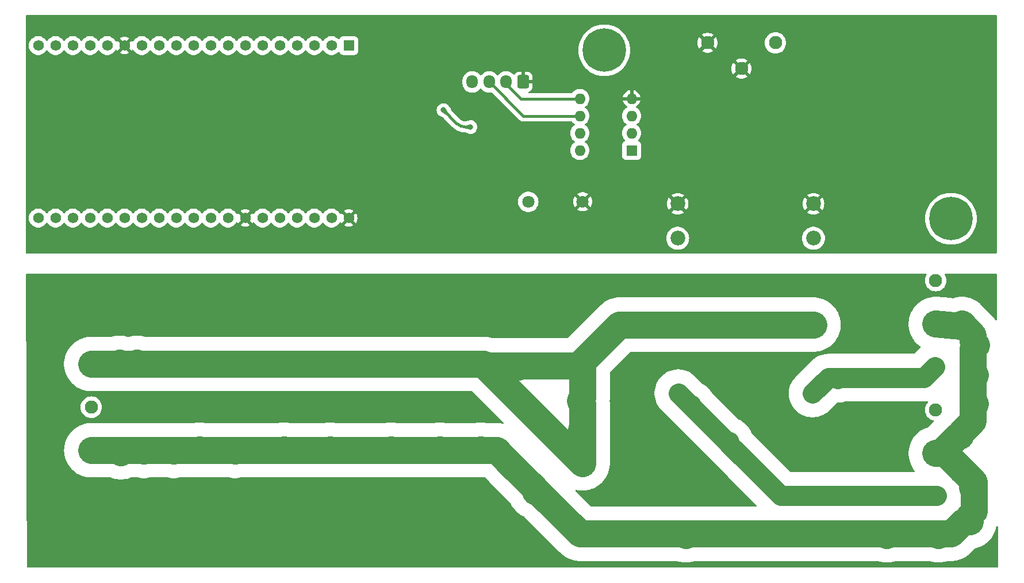
<source format=gbl>
G04 #@! TF.GenerationSoftware,KiCad,Pcbnew,8.0.1*
G04 #@! TF.CreationDate,2024-04-01T00:43:30-05:00*
G04 #@! TF.ProjectId,sneksafe,736e656b-7361-4666-952e-6b696361645f,rev?*
G04 #@! TF.SameCoordinates,Original*
G04 #@! TF.FileFunction,Copper,L2,Bot*
G04 #@! TF.FilePolarity,Positive*
%FSLAX46Y46*%
G04 Gerber Fmt 4.6, Leading zero omitted, Abs format (unit mm)*
G04 Created by KiCad (PCBNEW 8.0.1) date 2024-04-01 00:43:30*
%MOMM*%
%LPD*%
G01*
G04 APERTURE LIST*
G04 Aperture macros list*
%AMRoundRect*
0 Rectangle with rounded corners*
0 $1 Rounding radius*
0 $2 $3 $4 $5 $6 $7 $8 $9 X,Y pos of 4 corners*
0 Add a 4 corners polygon primitive as box body*
4,1,4,$2,$3,$4,$5,$6,$7,$8,$9,$2,$3,0*
0 Add four circle primitives for the rounded corners*
1,1,$1+$1,$2,$3*
1,1,$1+$1,$4,$5*
1,1,$1+$1,$6,$7*
1,1,$1+$1,$8,$9*
0 Add four rect primitives between the rounded corners*
20,1,$1+$1,$2,$3,$4,$5,0*
20,1,$1+$1,$4,$5,$6,$7,0*
20,1,$1+$1,$6,$7,$8,$9,0*
20,1,$1+$1,$8,$9,$2,$3,0*%
G04 Aperture macros list end*
G04 #@! TA.AperFunction,ComponentPad*
%ADD10R,1.560000X1.560000*%
G04 #@! TD*
G04 #@! TA.AperFunction,ComponentPad*
%ADD11C,1.560000*%
G04 #@! TD*
G04 #@! TA.AperFunction,ComponentPad*
%ADD12C,0.800000*%
G04 #@! TD*
G04 #@! TA.AperFunction,ComponentPad*
%ADD13C,6.400000*%
G04 #@! TD*
G04 #@! TA.AperFunction,ComponentPad*
%ADD14C,1.950000*%
G04 #@! TD*
G04 #@! TA.AperFunction,ComponentPad*
%ADD15R,1.600000X1.600000*%
G04 #@! TD*
G04 #@! TA.AperFunction,ComponentPad*
%ADD16O,1.600000X1.600000*%
G04 #@! TD*
G04 #@! TA.AperFunction,ComponentPad*
%ADD17R,1.800000X1.800000*%
G04 #@! TD*
G04 #@! TA.AperFunction,ComponentPad*
%ADD18C,1.800000*%
G04 #@! TD*
G04 #@! TA.AperFunction,ComponentPad*
%ADD19RoundRect,0.250000X0.600000X0.725000X-0.600000X0.725000X-0.600000X-0.725000X0.600000X-0.725000X0*%
G04 #@! TD*
G04 #@! TA.AperFunction,ComponentPad*
%ADD20O,1.700000X1.950000*%
G04 #@! TD*
G04 #@! TA.AperFunction,ComponentPad*
%ADD21C,2.175000*%
G04 #@! TD*
G04 #@! TA.AperFunction,ViaPad*
%ADD22C,0.800000*%
G04 #@! TD*
G04 #@! TA.AperFunction,Conductor*
%ADD23C,3.000000*%
G04 #@! TD*
G04 #@! TA.AperFunction,Conductor*
%ADD24C,4.000000*%
G04 #@! TD*
G04 #@! TA.AperFunction,Conductor*
%ADD25C,0.400000*%
G04 #@! TD*
G04 APERTURE END LIST*
D10*
X128560000Y-70500000D03*
D11*
X126020000Y-70500000D03*
X123480000Y-70500000D03*
X120940000Y-70500000D03*
X118400000Y-70500000D03*
X115860000Y-70500000D03*
X113320000Y-70500000D03*
X110780000Y-70500000D03*
X108240000Y-70500000D03*
X105700000Y-70500000D03*
X103160000Y-70500000D03*
X100620000Y-70500000D03*
X98080000Y-70500000D03*
X95540000Y-70500000D03*
X93000000Y-70500000D03*
X90460000Y-70500000D03*
X87920000Y-70500000D03*
X85380000Y-70500000D03*
X82840000Y-70500000D03*
X128560000Y-95900000D03*
X126020000Y-95900000D03*
X123480000Y-95900000D03*
X120940000Y-95900000D03*
X118400000Y-95900000D03*
X115860000Y-95900000D03*
X113320000Y-95900000D03*
X110780000Y-95900000D03*
X108240000Y-95900000D03*
X105700000Y-95900000D03*
X103160000Y-95900000D03*
X100620000Y-95900000D03*
X98080000Y-95900000D03*
X95540000Y-95900000D03*
X93000000Y-95900000D03*
X90460000Y-95900000D03*
X87920000Y-95900000D03*
X85380000Y-95900000D03*
X82840000Y-95900000D03*
D12*
X184350000Y-119750000D03*
X185052944Y-118052944D03*
X185052944Y-121447056D03*
X186750000Y-117350000D03*
D13*
X186750000Y-119750000D03*
D12*
X186750000Y-122150000D03*
X188447056Y-118052944D03*
X188447056Y-121447056D03*
X189150000Y-119750000D03*
X214850000Y-96000000D03*
X215552944Y-94302944D03*
X215552944Y-97697056D03*
X217250000Y-93600000D03*
D13*
X217250000Y-96000000D03*
D12*
X217250000Y-98400000D03*
X218947056Y-94302944D03*
X218947056Y-97697056D03*
X219650000Y-96000000D03*
X163800000Y-71200000D03*
X164502944Y-69502944D03*
X164502944Y-72897056D03*
X166200000Y-68800000D03*
D13*
X166200000Y-71200000D03*
D12*
X166200000Y-73600000D03*
X167897056Y-69502944D03*
X167897056Y-72897056D03*
X168600000Y-71200000D03*
D14*
X215000000Y-136850000D03*
X215000000Y-130500000D03*
X215000000Y-124150000D03*
X215000000Y-117800000D03*
X215000000Y-111450000D03*
X215000000Y-105100000D03*
D15*
X170220000Y-85940000D03*
D16*
X170220000Y-83400000D03*
X170220000Y-80860000D03*
X170220000Y-78320000D03*
X162600000Y-78320000D03*
X162600000Y-80860000D03*
X162600000Y-83400000D03*
X162600000Y-85940000D03*
D17*
X152250000Y-132000000D03*
D18*
X163000000Y-132000000D03*
X163000000Y-93500000D03*
X155000000Y-93500000D03*
D12*
X132600000Y-139250000D03*
X133302944Y-137552944D03*
X133302944Y-140947056D03*
X135000000Y-136850000D03*
D13*
X135000000Y-139250000D03*
D12*
X135000000Y-141650000D03*
X136697056Y-137552944D03*
X136697056Y-140947056D03*
X137400000Y-139250000D03*
D19*
X154250000Y-75850000D03*
D20*
X151750000Y-75850000D03*
X149250000Y-75850000D03*
X146750000Y-75850000D03*
D21*
X177000000Y-121740000D03*
X177000000Y-111580000D03*
X177000000Y-98880000D03*
X177000000Y-93800000D03*
D14*
X90650000Y-117395000D03*
X90650000Y-123745000D03*
X90650000Y-130095000D03*
X181400000Y-70100000D03*
X186400000Y-73900000D03*
X191400000Y-70100000D03*
D21*
X197000000Y-121740000D03*
X197000000Y-111580000D03*
X197000000Y-98880000D03*
X197000000Y-93800000D03*
D22*
X207200000Y-136800000D03*
X193200000Y-136800000D03*
X202200000Y-137000000D03*
X180600000Y-126200000D03*
X189800000Y-134400000D03*
X184600000Y-128800000D03*
X187000000Y-131600000D03*
X179000000Y-123400000D03*
X197400000Y-137000000D03*
X94800000Y-117200000D03*
X148600000Y-117600000D03*
X126400000Y-117400000D03*
X170600000Y-111400000D03*
X131200000Y-117400000D03*
X137400000Y-117400000D03*
X154800000Y-123800000D03*
X106600000Y-117400000D03*
X158000000Y-127000000D03*
X158200000Y-117600000D03*
X97400000Y-117200000D03*
X153600000Y-117800000D03*
X143200000Y-117400000D03*
X151400000Y-120400000D03*
X121600000Y-117400000D03*
X162800000Y-127000000D03*
X186000000Y-111400000D03*
X166000000Y-114000000D03*
X101600000Y-117400000D03*
X117200000Y-117400000D03*
X112200000Y-117400000D03*
X162600000Y-122800000D03*
X163000000Y-117200000D03*
X191000000Y-111600000D03*
X174800000Y-111600000D03*
X181400000Y-111400000D03*
X204800000Y-119400000D03*
X210000000Y-119400000D03*
X200600000Y-119600000D03*
X218800000Y-133000000D03*
X142000000Y-130000000D03*
X191000000Y-142200000D03*
X220800000Y-119000000D03*
X198000000Y-142400000D03*
X218600000Y-128000000D03*
X148000000Y-130000000D03*
X106600000Y-130000000D03*
X102800000Y-130200000D03*
X220400000Y-135600000D03*
X125800000Y-130000000D03*
X218600000Y-111800000D03*
X220000000Y-140600000D03*
X134800000Y-130000000D03*
X119000000Y-130000000D03*
X98400000Y-130200000D03*
X178200000Y-142600000D03*
X95000000Y-130400000D03*
X207800000Y-142600000D03*
X220800000Y-123200000D03*
X215400000Y-142600000D03*
X184400000Y-142400000D03*
X221000000Y-114600000D03*
X156000000Y-136200000D03*
X169400000Y-142400000D03*
X162000000Y-141200000D03*
X111800000Y-130200000D03*
X142500000Y-80000000D03*
X146500000Y-82500000D03*
D23*
X184200000Y-128800000D02*
X184600000Y-128800000D01*
X184600000Y-129200000D02*
X187000000Y-131600000D01*
X177090000Y-121690000D02*
X178800000Y-123400000D01*
X179000000Y-123400000D02*
X179000000Y-123600000D01*
X193200000Y-136800000D02*
X207200000Y-136800000D01*
X187000000Y-131600000D02*
X189800000Y-134400000D01*
X179000000Y-123600000D02*
X184200000Y-128800000D01*
X189800000Y-134400000D02*
X192200000Y-136800000D01*
X207200000Y-136800000D02*
X215090000Y-136800000D01*
X178800000Y-123400000D02*
X179000000Y-123400000D01*
X184600000Y-128800000D02*
X184600000Y-129200000D01*
X192200000Y-136800000D02*
X193200000Y-136800000D01*
D24*
X158000000Y-127000000D02*
X154800000Y-123800000D01*
X163000000Y-132020000D02*
X163000000Y-127200000D01*
X112200000Y-117400000D02*
X112195000Y-117395000D01*
X101605000Y-117395000D02*
X101600000Y-117400000D01*
X106595000Y-117395000D02*
X105805000Y-117395000D01*
X126395000Y-117395000D02*
X121605000Y-117395000D01*
X168420000Y-111600000D02*
X174800000Y-111600000D01*
X154800000Y-123800000D02*
X151400000Y-120400000D01*
X131205000Y-117395000D02*
X131200000Y-117400000D01*
X137405000Y-117395000D02*
X137400000Y-117400000D01*
X163000000Y-127200000D02*
X162800000Y-127000000D01*
X97205000Y-117395000D02*
X94995000Y-117395000D01*
X121595000Y-117395000D02*
X117205000Y-117395000D01*
X112205000Y-117395000D02*
X112200000Y-117400000D01*
X94995000Y-117395000D02*
X94800000Y-117200000D01*
X148600000Y-117600000D02*
X148395000Y-117395000D01*
X143205000Y-117395000D02*
X143200000Y-117400000D01*
X131195000Y-117395000D02*
X126405000Y-117395000D01*
X131200000Y-117400000D02*
X131195000Y-117395000D01*
X126400000Y-117400000D02*
X126395000Y-117395000D01*
X121600000Y-117400000D02*
X121595000Y-117395000D01*
X105800000Y-117400000D02*
X105795000Y-117395000D01*
X106605000Y-117395000D02*
X106600000Y-117400000D01*
X105795000Y-117395000D02*
X101605000Y-117395000D01*
X94605000Y-117395000D02*
X90650000Y-117395000D01*
X162800000Y-127000000D02*
X163000000Y-126800000D01*
X191000000Y-111600000D02*
X197000000Y-111600000D01*
X163000000Y-132000000D02*
X158000000Y-127000000D01*
X153800000Y-117600000D02*
X158200000Y-117600000D01*
X151400000Y-120400000D02*
X148600000Y-117600000D01*
X137395000Y-117395000D02*
X131205000Y-117395000D01*
X117200000Y-117400000D02*
X117195000Y-117395000D01*
X148600000Y-117600000D02*
X153400000Y-117600000D01*
X162600000Y-122800000D02*
X163000000Y-122400000D01*
X177000000Y-111600000D02*
X191000000Y-111600000D01*
X163000000Y-123200000D02*
X162600000Y-122800000D01*
X121605000Y-117395000D02*
X121600000Y-117400000D01*
X126405000Y-117395000D02*
X126400000Y-117400000D01*
X137400000Y-117400000D02*
X137395000Y-117395000D01*
X148395000Y-117395000D02*
X143205000Y-117395000D01*
X117195000Y-117395000D02*
X112205000Y-117395000D01*
X97400000Y-117200000D02*
X97205000Y-117395000D01*
X101595000Y-117395000D02*
X97595000Y-117395000D01*
X143200000Y-117400000D02*
X143195000Y-117395000D01*
X163000000Y-117200000D02*
X163000000Y-117020000D01*
X163000000Y-122400000D02*
X163000000Y-117200000D01*
X94800000Y-117200000D02*
X94605000Y-117395000D01*
X106600000Y-117400000D02*
X106595000Y-117395000D01*
X112195000Y-117395000D02*
X106605000Y-117395000D01*
X153600000Y-117800000D02*
X153800000Y-117600000D01*
X143195000Y-117395000D02*
X137405000Y-117395000D01*
X97595000Y-117395000D02*
X97400000Y-117200000D01*
X163000000Y-126800000D02*
X163000000Y-123200000D01*
X163000000Y-117020000D02*
X168420000Y-111600000D01*
X101600000Y-117400000D02*
X101595000Y-117395000D01*
X158200000Y-117600000D02*
X162400000Y-117600000D01*
X174800000Y-111600000D02*
X177000000Y-111600000D01*
X117205000Y-117395000D02*
X117200000Y-117400000D01*
X105805000Y-117395000D02*
X105800000Y-117400000D01*
D23*
X199200000Y-119400000D02*
X196860000Y-121740000D01*
X200600000Y-119600000D02*
X200400000Y-119400000D01*
X204800000Y-119400000D02*
X200800000Y-119400000D01*
X210000000Y-119400000D02*
X204800000Y-119400000D01*
X200800000Y-119400000D02*
X200600000Y-119600000D01*
X200400000Y-119400000D02*
X199200000Y-119400000D01*
X214860000Y-117800000D02*
X213260000Y-119400000D01*
X213260000Y-119400000D02*
X210000000Y-119400000D01*
D24*
X141905000Y-130095000D02*
X142000000Y-130000000D01*
X125705000Y-130095000D02*
X125800000Y-130000000D01*
X118905000Y-130095000D02*
X119000000Y-130000000D01*
X98295000Y-130095000D02*
X98400000Y-130200000D01*
X142000000Y-130000000D02*
X142095000Y-130095000D01*
X220600000Y-135400000D02*
X220400000Y-135600000D01*
X152250000Y-132050000D02*
X156000000Y-135800000D01*
X95305000Y-130095000D02*
X98295000Y-130095000D01*
X220500000Y-123500000D02*
X220500000Y-125735713D01*
X150345000Y-130095000D02*
X152250000Y-132000000D01*
X208000000Y-142400000D02*
X215200000Y-142400000D01*
X111800000Y-130200000D02*
X111905000Y-130095000D01*
X95000000Y-130400000D02*
X95305000Y-130095000D01*
X218235713Y-128000000D02*
X215685713Y-130550000D01*
X219078174Y-140600000D02*
X220000000Y-140600000D01*
X178000000Y-142400000D02*
X178200000Y-142600000D01*
X90650000Y-130095000D02*
X94695000Y-130095000D01*
X156000000Y-136200000D02*
X156400000Y-136200000D01*
X221000000Y-114600000D02*
X220500000Y-115100000D01*
X220600000Y-134721825D02*
X220600000Y-135400000D01*
X215200000Y-142400000D02*
X215400000Y-142600000D01*
X102905000Y-130095000D02*
X106505000Y-130095000D01*
X134895000Y-130095000D02*
X141905000Y-130095000D01*
X169400000Y-142400000D02*
X178000000Y-142400000D01*
X216428175Y-130550000D02*
X218800000Y-132921825D01*
X220600000Y-135800000D02*
X220600000Y-139078174D01*
X218600000Y-127635713D02*
X218600000Y-128000000D01*
X220500000Y-118700000D02*
X220800000Y-119000000D01*
X147905000Y-130095000D02*
X148000000Y-130000000D01*
X134800000Y-130000000D02*
X134895000Y-130095000D01*
X111695000Y-130095000D02*
X111800000Y-130200000D01*
X156000000Y-135800000D02*
X156000000Y-136200000D01*
X215600000Y-142400000D02*
X217278174Y-142400000D01*
X98505000Y-130095000D02*
X102695000Y-130095000D01*
X218800000Y-132921825D02*
X218800000Y-133000000D01*
X220000000Y-139678174D02*
X220600000Y-139078174D01*
X102800000Y-130200000D02*
X102905000Y-130095000D01*
X142095000Y-130095000D02*
X147905000Y-130095000D01*
X125895000Y-130095000D02*
X134705000Y-130095000D01*
X220500000Y-119300000D02*
X220500000Y-122900000D01*
X178200000Y-142600000D02*
X178400000Y-142400000D01*
X106505000Y-130095000D02*
X106600000Y-130000000D01*
X220800000Y-119000000D02*
X220500000Y-119300000D01*
X218878175Y-133000000D02*
X220600000Y-134721825D01*
X215685713Y-130550000D02*
X215000000Y-130550000D01*
X207600000Y-142400000D02*
X207800000Y-142600000D01*
X218850000Y-111500000D02*
X220500000Y-113150000D01*
X119000000Y-130000000D02*
X119095000Y-130095000D01*
X184400000Y-142400000D02*
X198000000Y-142400000D01*
X220400000Y-135600000D02*
X220600000Y-135800000D01*
X125800000Y-130000000D02*
X125895000Y-130095000D01*
X111905000Y-130095000D02*
X118905000Y-130095000D01*
X220500000Y-115100000D02*
X220500000Y-118700000D01*
X119095000Y-130095000D02*
X125705000Y-130095000D01*
X178400000Y-142400000D02*
X184400000Y-142400000D01*
X98400000Y-130200000D02*
X98505000Y-130095000D01*
X215400000Y-142600000D02*
X215600000Y-142400000D01*
X218800000Y-133000000D02*
X218878175Y-133000000D01*
X220500000Y-125735713D02*
X218600000Y-127635713D01*
X198000000Y-142400000D02*
X207600000Y-142400000D01*
X217278174Y-142400000D02*
X219078174Y-140600000D01*
X220500000Y-113150000D02*
X220500000Y-114100000D01*
X102695000Y-130095000D02*
X102800000Y-130200000D01*
X218600000Y-128000000D02*
X218235713Y-128000000D01*
X156400000Y-136200000D02*
X162600000Y-142400000D01*
X220500000Y-122900000D02*
X220800000Y-123200000D01*
X106600000Y-130000000D02*
X106695000Y-130095000D01*
X94695000Y-130095000D02*
X95000000Y-130400000D01*
X220500000Y-114100000D02*
X221000000Y-114600000D01*
X148000000Y-130000000D02*
X148095000Y-130095000D01*
X207800000Y-142600000D02*
X208000000Y-142400000D01*
X134705000Y-130095000D02*
X134800000Y-130000000D01*
X215000000Y-111500000D02*
X218600000Y-111800000D01*
X220800000Y-123200000D02*
X220500000Y-123500000D01*
X220000000Y-140600000D02*
X220000000Y-139678174D01*
X218600000Y-111800000D02*
X218850000Y-111500000D01*
X162600000Y-142400000D02*
X169400000Y-142400000D01*
X148095000Y-130095000D02*
X150345000Y-130095000D01*
X106695000Y-130095000D02*
X111695000Y-130095000D01*
D25*
X162600000Y-80860000D02*
X154260000Y-80860000D01*
X154260000Y-80860000D02*
X149250000Y-75850000D01*
X146500000Y-82500000D02*
X145750000Y-82500000D01*
X142500000Y-80000000D02*
X144469669Y-81969669D01*
X144469669Y-81969669D02*
G75*
G03*
X145750000Y-82499988I1280331J1280369D01*
G01*
X153903148Y-78320000D02*
X151750000Y-76166852D01*
X151750000Y-76166852D02*
X151750000Y-75850000D01*
X162600000Y-78320000D02*
X153903148Y-78320000D01*
G04 #@! TA.AperFunction,Conductor*
G36*
X223943039Y-66019685D02*
G01*
X223988794Y-66072489D01*
X224000000Y-66124000D01*
X224000000Y-100976000D01*
X223980315Y-101043039D01*
X223927511Y-101088794D01*
X223876000Y-101100000D01*
X81124000Y-101100000D01*
X81056961Y-101080315D01*
X81011206Y-101027511D01*
X81000000Y-100976000D01*
X81000000Y-98880004D01*
X175307267Y-98880004D01*
X175326172Y-99132287D01*
X175382467Y-99378930D01*
X175382470Y-99378942D01*
X175382472Y-99378947D01*
X175474900Y-99614449D01*
X175474899Y-99614449D01*
X175514999Y-99683903D01*
X175601398Y-99833550D01*
X175728804Y-99993312D01*
X175759142Y-100031355D01*
X175868011Y-100132369D01*
X175944598Y-100203432D01*
X176153634Y-100345950D01*
X176381575Y-100455721D01*
X176623331Y-100530293D01*
X176623332Y-100530293D01*
X176623335Y-100530294D01*
X176873494Y-100567999D01*
X176873499Y-100567999D01*
X176873502Y-100568000D01*
X176873503Y-100568000D01*
X177126497Y-100568000D01*
X177126498Y-100568000D01*
X177126505Y-100567999D01*
X177376664Y-100530294D01*
X177376665Y-100530293D01*
X177376669Y-100530293D01*
X177618425Y-100455721D01*
X177846367Y-100345950D01*
X178055402Y-100203432D01*
X178240861Y-100031351D01*
X178398602Y-99833550D01*
X178525100Y-99614449D01*
X178617530Y-99378942D01*
X178673827Y-99132289D01*
X178692733Y-98880004D01*
X195307267Y-98880004D01*
X195326172Y-99132287D01*
X195382467Y-99378930D01*
X195382470Y-99378942D01*
X195382472Y-99378947D01*
X195474900Y-99614449D01*
X195474899Y-99614449D01*
X195514999Y-99683903D01*
X195601398Y-99833550D01*
X195728804Y-99993312D01*
X195759142Y-100031355D01*
X195868011Y-100132369D01*
X195944598Y-100203432D01*
X196153634Y-100345950D01*
X196381575Y-100455721D01*
X196623331Y-100530293D01*
X196623332Y-100530293D01*
X196623335Y-100530294D01*
X196873494Y-100567999D01*
X196873499Y-100567999D01*
X196873502Y-100568000D01*
X196873503Y-100568000D01*
X197126497Y-100568000D01*
X197126498Y-100568000D01*
X197126505Y-100567999D01*
X197376664Y-100530294D01*
X197376665Y-100530293D01*
X197376669Y-100530293D01*
X197618425Y-100455721D01*
X197846367Y-100345950D01*
X198055402Y-100203432D01*
X198240861Y-100031351D01*
X198398602Y-99833550D01*
X198525100Y-99614449D01*
X198617530Y-99378942D01*
X198673827Y-99132289D01*
X198692733Y-98880000D01*
X198673827Y-98627711D01*
X198617530Y-98381058D01*
X198525100Y-98145551D01*
X198525099Y-98145550D01*
X198525100Y-98145550D01*
X198478798Y-98065353D01*
X198398602Y-97926450D01*
X198240861Y-97728649D01*
X198240860Y-97728648D01*
X198240857Y-97728644D01*
X198055402Y-97556568D01*
X197973409Y-97500666D01*
X197846367Y-97414050D01*
X197846363Y-97414048D01*
X197846360Y-97414046D01*
X197846359Y-97414045D01*
X197618427Y-97304280D01*
X197618429Y-97304280D01*
X197376670Y-97229707D01*
X197376664Y-97229705D01*
X197126505Y-97192000D01*
X197126498Y-97192000D01*
X196873502Y-97192000D01*
X196873494Y-97192000D01*
X196623335Y-97229705D01*
X196623329Y-97229707D01*
X196381574Y-97304279D01*
X196153637Y-97414048D01*
X196153633Y-97414050D01*
X195944600Y-97556566D01*
X195759142Y-97728644D01*
X195601398Y-97926450D01*
X195474900Y-98145550D01*
X195382472Y-98381052D01*
X195382467Y-98381069D01*
X195326172Y-98627712D01*
X195307267Y-98879995D01*
X195307267Y-98880004D01*
X178692733Y-98880004D01*
X178692733Y-98880000D01*
X178673827Y-98627711D01*
X178617530Y-98381058D01*
X178525100Y-98145551D01*
X178525099Y-98145550D01*
X178525100Y-98145550D01*
X178478798Y-98065353D01*
X178398602Y-97926450D01*
X178240861Y-97728649D01*
X178240860Y-97728648D01*
X178240857Y-97728644D01*
X178055402Y-97556568D01*
X177973409Y-97500666D01*
X177846367Y-97414050D01*
X177846363Y-97414048D01*
X177846360Y-97414046D01*
X177846359Y-97414045D01*
X177618427Y-97304280D01*
X177618429Y-97304280D01*
X177376670Y-97229707D01*
X177376664Y-97229705D01*
X177126505Y-97192000D01*
X177126498Y-97192000D01*
X176873502Y-97192000D01*
X176873494Y-97192000D01*
X176623335Y-97229705D01*
X176623329Y-97229707D01*
X176381574Y-97304279D01*
X176153637Y-97414048D01*
X176153633Y-97414050D01*
X175944600Y-97556566D01*
X175759142Y-97728644D01*
X175601398Y-97926450D01*
X175474900Y-98145550D01*
X175382472Y-98381052D01*
X175382467Y-98381069D01*
X175326172Y-98627712D01*
X175307267Y-98879995D01*
X175307267Y-98880004D01*
X81000000Y-98880004D01*
X81000000Y-95900005D01*
X81454769Y-95900005D01*
X81473660Y-96127993D01*
X81473662Y-96128005D01*
X81529824Y-96349784D01*
X81621725Y-96559296D01*
X81746855Y-96750823D01*
X81760843Y-96766018D01*
X81901809Y-96919148D01*
X81901812Y-96919150D01*
X81901815Y-96919153D01*
X82082345Y-97059665D01*
X82082350Y-97059669D01*
X82277662Y-97165367D01*
X82283559Y-97168558D01*
X82499946Y-97242843D01*
X82725609Y-97280500D01*
X82725610Y-97280500D01*
X82954390Y-97280500D01*
X82954391Y-97280500D01*
X83180054Y-97242843D01*
X83396441Y-97168558D01*
X83597650Y-97059669D01*
X83778191Y-96919148D01*
X83933142Y-96750826D01*
X84006191Y-96639015D01*
X84059337Y-96593659D01*
X84128569Y-96584235D01*
X84191904Y-96613737D01*
X84213809Y-96639016D01*
X84286855Y-96750823D01*
X84300843Y-96766018D01*
X84441809Y-96919148D01*
X84441812Y-96919150D01*
X84441815Y-96919153D01*
X84622345Y-97059665D01*
X84622350Y-97059669D01*
X84817662Y-97165367D01*
X84823559Y-97168558D01*
X85039946Y-97242843D01*
X85265609Y-97280500D01*
X85265610Y-97280500D01*
X85494390Y-97280500D01*
X85494391Y-97280500D01*
X85720054Y-97242843D01*
X85936441Y-97168558D01*
X86137650Y-97059669D01*
X86318191Y-96919148D01*
X86473142Y-96750826D01*
X86546191Y-96639015D01*
X86599337Y-96593659D01*
X86668569Y-96584235D01*
X86731904Y-96613737D01*
X86753809Y-96639016D01*
X86826855Y-96750823D01*
X86840843Y-96766018D01*
X86981809Y-96919148D01*
X86981812Y-96919150D01*
X86981815Y-96919153D01*
X87162345Y-97059665D01*
X87162350Y-97059669D01*
X87357662Y-97165367D01*
X87363559Y-97168558D01*
X87579946Y-97242843D01*
X87805609Y-97280500D01*
X87805610Y-97280500D01*
X88034390Y-97280500D01*
X88034391Y-97280500D01*
X88260054Y-97242843D01*
X88476441Y-97168558D01*
X88677650Y-97059669D01*
X88858191Y-96919148D01*
X89013142Y-96750826D01*
X89086191Y-96639015D01*
X89139337Y-96593659D01*
X89208569Y-96584235D01*
X89271904Y-96613737D01*
X89293809Y-96639016D01*
X89366855Y-96750823D01*
X89380843Y-96766018D01*
X89521809Y-96919148D01*
X89521812Y-96919150D01*
X89521815Y-96919153D01*
X89702345Y-97059665D01*
X89702350Y-97059669D01*
X89897662Y-97165367D01*
X89903559Y-97168558D01*
X90119946Y-97242843D01*
X90345609Y-97280500D01*
X90345610Y-97280500D01*
X90574390Y-97280500D01*
X90574391Y-97280500D01*
X90800054Y-97242843D01*
X91016441Y-97168558D01*
X91217650Y-97059669D01*
X91398191Y-96919148D01*
X91553142Y-96750826D01*
X91626191Y-96639015D01*
X91679337Y-96593659D01*
X91748569Y-96584235D01*
X91811904Y-96613737D01*
X91833809Y-96639016D01*
X91906855Y-96750823D01*
X91920843Y-96766018D01*
X92061809Y-96919148D01*
X92061812Y-96919150D01*
X92061815Y-96919153D01*
X92242345Y-97059665D01*
X92242350Y-97059669D01*
X92437662Y-97165367D01*
X92443559Y-97168558D01*
X92659946Y-97242843D01*
X92885609Y-97280500D01*
X92885610Y-97280500D01*
X93114390Y-97280500D01*
X93114391Y-97280500D01*
X93340054Y-97242843D01*
X93556441Y-97168558D01*
X93757650Y-97059669D01*
X93938191Y-96919148D01*
X94093142Y-96750826D01*
X94166191Y-96639015D01*
X94219337Y-96593659D01*
X94288569Y-96584235D01*
X94351904Y-96613737D01*
X94373809Y-96639016D01*
X94446855Y-96750823D01*
X94460843Y-96766018D01*
X94601809Y-96919148D01*
X94601812Y-96919150D01*
X94601815Y-96919153D01*
X94782345Y-97059665D01*
X94782350Y-97059669D01*
X94977662Y-97165367D01*
X94983559Y-97168558D01*
X95199946Y-97242843D01*
X95425609Y-97280500D01*
X95425610Y-97280500D01*
X95654390Y-97280500D01*
X95654391Y-97280500D01*
X95880054Y-97242843D01*
X96096441Y-97168558D01*
X96297650Y-97059669D01*
X96478191Y-96919148D01*
X96633142Y-96750826D01*
X96706191Y-96639015D01*
X96759337Y-96593659D01*
X96828569Y-96584235D01*
X96891904Y-96613737D01*
X96913809Y-96639016D01*
X96986855Y-96750823D01*
X97000843Y-96766018D01*
X97141809Y-96919148D01*
X97141812Y-96919150D01*
X97141815Y-96919153D01*
X97322345Y-97059665D01*
X97322350Y-97059669D01*
X97517662Y-97165367D01*
X97523559Y-97168558D01*
X97739946Y-97242843D01*
X97965609Y-97280500D01*
X97965610Y-97280500D01*
X98194390Y-97280500D01*
X98194391Y-97280500D01*
X98420054Y-97242843D01*
X98636441Y-97168558D01*
X98837650Y-97059669D01*
X99018191Y-96919148D01*
X99173142Y-96750826D01*
X99246191Y-96639015D01*
X99299337Y-96593659D01*
X99368569Y-96584235D01*
X99431904Y-96613737D01*
X99453809Y-96639016D01*
X99526855Y-96750823D01*
X99540843Y-96766018D01*
X99681809Y-96919148D01*
X99681812Y-96919150D01*
X99681815Y-96919153D01*
X99862345Y-97059665D01*
X99862350Y-97059669D01*
X100057662Y-97165367D01*
X100063559Y-97168558D01*
X100279946Y-97242843D01*
X100505609Y-97280500D01*
X100505610Y-97280500D01*
X100734390Y-97280500D01*
X100734391Y-97280500D01*
X100960054Y-97242843D01*
X101176441Y-97168558D01*
X101377650Y-97059669D01*
X101558191Y-96919148D01*
X101713142Y-96750826D01*
X101786191Y-96639015D01*
X101839337Y-96593659D01*
X101908569Y-96584235D01*
X101971904Y-96613737D01*
X101993809Y-96639016D01*
X102066855Y-96750823D01*
X102080843Y-96766018D01*
X102221809Y-96919148D01*
X102221812Y-96919150D01*
X102221815Y-96919153D01*
X102402345Y-97059665D01*
X102402350Y-97059669D01*
X102597662Y-97165367D01*
X102603559Y-97168558D01*
X102819946Y-97242843D01*
X103045609Y-97280500D01*
X103045610Y-97280500D01*
X103274390Y-97280500D01*
X103274391Y-97280500D01*
X103500054Y-97242843D01*
X103716441Y-97168558D01*
X103917650Y-97059669D01*
X104098191Y-96919148D01*
X104253142Y-96750826D01*
X104326191Y-96639015D01*
X104379337Y-96593659D01*
X104448569Y-96584235D01*
X104511904Y-96613737D01*
X104533809Y-96639016D01*
X104606855Y-96750823D01*
X104620843Y-96766018D01*
X104761809Y-96919148D01*
X104761812Y-96919150D01*
X104761815Y-96919153D01*
X104942345Y-97059665D01*
X104942350Y-97059669D01*
X105137662Y-97165367D01*
X105143559Y-97168558D01*
X105359946Y-97242843D01*
X105585609Y-97280500D01*
X105585610Y-97280500D01*
X105814390Y-97280500D01*
X105814391Y-97280500D01*
X106040054Y-97242843D01*
X106256441Y-97168558D01*
X106457650Y-97059669D01*
X106638191Y-96919148D01*
X106793142Y-96750826D01*
X106866191Y-96639015D01*
X106919337Y-96593659D01*
X106988569Y-96584235D01*
X107051904Y-96613737D01*
X107073809Y-96639016D01*
X107146855Y-96750823D01*
X107160843Y-96766018D01*
X107301809Y-96919148D01*
X107301812Y-96919150D01*
X107301815Y-96919153D01*
X107482345Y-97059665D01*
X107482350Y-97059669D01*
X107677662Y-97165367D01*
X107683559Y-97168558D01*
X107899946Y-97242843D01*
X108125609Y-97280500D01*
X108125610Y-97280500D01*
X108354390Y-97280500D01*
X108354391Y-97280500D01*
X108580054Y-97242843D01*
X108796441Y-97168558D01*
X108997650Y-97059669D01*
X109178191Y-96919148D01*
X109333142Y-96750826D01*
X109406191Y-96639015D01*
X109459337Y-96593659D01*
X109528569Y-96584235D01*
X109591904Y-96613737D01*
X109613809Y-96639016D01*
X109686855Y-96750823D01*
X109700843Y-96766018D01*
X109841809Y-96919148D01*
X109841812Y-96919150D01*
X109841815Y-96919153D01*
X110022345Y-97059665D01*
X110022350Y-97059669D01*
X110217662Y-97165367D01*
X110223559Y-97168558D01*
X110439946Y-97242843D01*
X110665609Y-97280500D01*
X110665610Y-97280500D01*
X110894390Y-97280500D01*
X110894391Y-97280500D01*
X111120054Y-97242843D01*
X111336441Y-97168558D01*
X111537650Y-97059669D01*
X111718191Y-96919148D01*
X111873142Y-96750826D01*
X111998274Y-96559297D01*
X111998275Y-96559292D01*
X111998998Y-96557959D01*
X111999438Y-96557515D01*
X112001079Y-96555004D01*
X112001595Y-96555341D01*
X112048212Y-96508364D01*
X112116427Y-96493249D01*
X112181985Y-96517413D01*
X112209634Y-96545844D01*
X112255334Y-96611112D01*
X112820707Y-96045739D01*
X112835437Y-96100712D01*
X112903896Y-96219287D01*
X113000713Y-96316104D01*
X113119288Y-96384563D01*
X113174259Y-96399292D01*
X112608886Y-96964664D01*
X112677555Y-97012746D01*
X112880540Y-97107399D01*
X112880549Y-97107403D01*
X113096875Y-97165367D01*
X113096886Y-97165369D01*
X113319998Y-97184889D01*
X113320002Y-97184889D01*
X113543113Y-97165369D01*
X113543124Y-97165367D01*
X113759450Y-97107403D01*
X113759459Y-97107399D01*
X113962445Y-97012746D01*
X113962451Y-97012742D01*
X114031112Y-96964665D01*
X113465739Y-96399292D01*
X113520712Y-96384563D01*
X113639287Y-96316104D01*
X113736104Y-96219287D01*
X113804563Y-96100712D01*
X113819292Y-96045739D01*
X114384664Y-96611111D01*
X114430366Y-96545844D01*
X114484943Y-96502219D01*
X114554441Y-96495025D01*
X114616796Y-96526548D01*
X114638792Y-96555087D01*
X114638921Y-96555004D01*
X114639996Y-96556650D01*
X114640989Y-96557938D01*
X114641719Y-96559287D01*
X114766855Y-96750823D01*
X114780843Y-96766018D01*
X114921809Y-96919148D01*
X114921812Y-96919150D01*
X114921815Y-96919153D01*
X115102345Y-97059665D01*
X115102350Y-97059669D01*
X115297662Y-97165367D01*
X115303559Y-97168558D01*
X115519946Y-97242843D01*
X115745609Y-97280500D01*
X115745610Y-97280500D01*
X115974390Y-97280500D01*
X115974391Y-97280500D01*
X116200054Y-97242843D01*
X116416441Y-97168558D01*
X116617650Y-97059669D01*
X116798191Y-96919148D01*
X116953142Y-96750826D01*
X117026191Y-96639015D01*
X117079337Y-96593659D01*
X117148569Y-96584235D01*
X117211904Y-96613737D01*
X117233809Y-96639016D01*
X117306855Y-96750823D01*
X117320843Y-96766018D01*
X117461809Y-96919148D01*
X117461812Y-96919150D01*
X117461815Y-96919153D01*
X117642345Y-97059665D01*
X117642350Y-97059669D01*
X117837662Y-97165367D01*
X117843559Y-97168558D01*
X118059946Y-97242843D01*
X118285609Y-97280500D01*
X118285610Y-97280500D01*
X118514390Y-97280500D01*
X118514391Y-97280500D01*
X118740054Y-97242843D01*
X118956441Y-97168558D01*
X119157650Y-97059669D01*
X119338191Y-96919148D01*
X119493142Y-96750826D01*
X119566191Y-96639015D01*
X119619337Y-96593659D01*
X119688569Y-96584235D01*
X119751904Y-96613737D01*
X119773809Y-96639016D01*
X119846855Y-96750823D01*
X119860843Y-96766018D01*
X120001809Y-96919148D01*
X120001812Y-96919150D01*
X120001815Y-96919153D01*
X120182345Y-97059665D01*
X120182350Y-97059669D01*
X120377662Y-97165367D01*
X120383559Y-97168558D01*
X120599946Y-97242843D01*
X120825609Y-97280500D01*
X120825610Y-97280500D01*
X121054390Y-97280500D01*
X121054391Y-97280500D01*
X121280054Y-97242843D01*
X121496441Y-97168558D01*
X121697650Y-97059669D01*
X121878191Y-96919148D01*
X122033142Y-96750826D01*
X122106191Y-96639015D01*
X122159337Y-96593659D01*
X122228569Y-96584235D01*
X122291904Y-96613737D01*
X122313809Y-96639016D01*
X122386855Y-96750823D01*
X122400843Y-96766018D01*
X122541809Y-96919148D01*
X122541812Y-96919150D01*
X122541815Y-96919153D01*
X122722345Y-97059665D01*
X122722350Y-97059669D01*
X122917662Y-97165367D01*
X122923559Y-97168558D01*
X123139946Y-97242843D01*
X123365609Y-97280500D01*
X123365610Y-97280500D01*
X123594390Y-97280500D01*
X123594391Y-97280500D01*
X123820054Y-97242843D01*
X124036441Y-97168558D01*
X124237650Y-97059669D01*
X124418191Y-96919148D01*
X124573142Y-96750826D01*
X124646191Y-96639015D01*
X124699337Y-96593659D01*
X124768569Y-96584235D01*
X124831904Y-96613737D01*
X124853809Y-96639016D01*
X124926855Y-96750823D01*
X124940843Y-96766018D01*
X125081809Y-96919148D01*
X125081812Y-96919150D01*
X125081815Y-96919153D01*
X125262345Y-97059665D01*
X125262350Y-97059669D01*
X125457662Y-97165367D01*
X125463559Y-97168558D01*
X125679946Y-97242843D01*
X125905609Y-97280500D01*
X125905610Y-97280500D01*
X126134390Y-97280500D01*
X126134391Y-97280500D01*
X126360054Y-97242843D01*
X126576441Y-97168558D01*
X126777650Y-97059669D01*
X126958191Y-96919148D01*
X127113142Y-96750826D01*
X127238274Y-96559297D01*
X127238275Y-96559292D01*
X127238998Y-96557959D01*
X127239438Y-96557515D01*
X127241079Y-96555004D01*
X127241595Y-96555341D01*
X127288212Y-96508364D01*
X127356427Y-96493249D01*
X127421985Y-96517413D01*
X127449634Y-96545844D01*
X127495334Y-96611112D01*
X128060707Y-96045739D01*
X128075437Y-96100712D01*
X128143896Y-96219287D01*
X128240713Y-96316104D01*
X128359288Y-96384563D01*
X128414259Y-96399292D01*
X127848886Y-96964664D01*
X127917555Y-97012746D01*
X128120540Y-97107399D01*
X128120549Y-97107403D01*
X128336875Y-97165367D01*
X128336886Y-97165369D01*
X128559998Y-97184889D01*
X128560002Y-97184889D01*
X128783113Y-97165369D01*
X128783124Y-97165367D01*
X128999450Y-97107403D01*
X128999459Y-97107399D01*
X129202445Y-97012746D01*
X129202451Y-97012742D01*
X129271112Y-96964665D01*
X128705739Y-96399292D01*
X128760712Y-96384563D01*
X128879287Y-96316104D01*
X128976104Y-96219287D01*
X129044563Y-96100712D01*
X129059292Y-96045739D01*
X129624665Y-96611112D01*
X129672742Y-96542451D01*
X129672746Y-96542445D01*
X129767399Y-96339459D01*
X129767403Y-96339450D01*
X129825367Y-96123124D01*
X129825369Y-96123113D01*
X129836140Y-96000000D01*
X213444616Y-96000000D01*
X213464139Y-96384983D01*
X213522511Y-96766013D01*
X213522512Y-96766018D01*
X213573946Y-96964665D01*
X213619136Y-97139199D01*
X213619136Y-97139200D01*
X213753009Y-97500666D01*
X213753015Y-97500679D01*
X213922774Y-97846759D01*
X213922775Y-97846760D01*
X214126680Y-98173895D01*
X214126682Y-98173898D01*
X214126683Y-98173899D01*
X214287031Y-98381052D01*
X214362634Y-98478722D01*
X214504258Y-98627711D01*
X214628216Y-98758115D01*
X214920699Y-99009203D01*
X214920702Y-99009205D01*
X215237089Y-99229417D01*
X215506481Y-99378942D01*
X215574135Y-99416493D01*
X215715826Y-99477297D01*
X215928370Y-99568507D01*
X215928380Y-99568510D01*
X215928385Y-99568512D01*
X216296160Y-99683902D01*
X216296163Y-99683902D01*
X216296171Y-99683905D01*
X216673759Y-99761502D01*
X216980559Y-99792700D01*
X217057259Y-99800500D01*
X217057260Y-99800500D01*
X217442741Y-99800500D01*
X217506656Y-99794000D01*
X217826241Y-99761502D01*
X218203829Y-99683905D01*
X218571630Y-99568507D01*
X218925869Y-99416491D01*
X219262911Y-99229417D01*
X219579298Y-99009205D01*
X219871784Y-98758115D01*
X220137366Y-98478722D01*
X220373320Y-98173895D01*
X220577225Y-97846760D01*
X220746987Y-97500675D01*
X220880866Y-97139192D01*
X220977488Y-96766018D01*
X221035860Y-96384984D01*
X221055384Y-96000000D01*
X221035860Y-95615016D01*
X220977488Y-95233982D01*
X220880866Y-94860808D01*
X220871431Y-94835334D01*
X220746990Y-94499333D01*
X220746989Y-94499332D01*
X220746987Y-94499325D01*
X220577225Y-94153240D01*
X220373320Y-93826105D01*
X220137366Y-93521278D01*
X219871784Y-93241885D01*
X219773502Y-93157513D01*
X219579300Y-92990796D01*
X219350275Y-92831390D01*
X219262911Y-92770583D01*
X218925869Y-92583509D01*
X218925870Y-92583509D01*
X218925864Y-92583506D01*
X218571635Y-92431495D01*
X218571614Y-92431487D01*
X218203839Y-92316097D01*
X218203833Y-92316096D01*
X218203830Y-92316095D01*
X218203829Y-92316095D01*
X217826241Y-92238498D01*
X217826240Y-92238497D01*
X217826236Y-92238497D01*
X217442741Y-92199500D01*
X217442740Y-92199500D01*
X217057260Y-92199500D01*
X217057259Y-92199500D01*
X216673763Y-92238497D01*
X216296166Y-92316096D01*
X216296160Y-92316097D01*
X215928385Y-92431487D01*
X215928364Y-92431495D01*
X215574135Y-92583506D01*
X215237087Y-92770584D01*
X214920699Y-92990796D01*
X214628216Y-93241884D01*
X214362629Y-93521283D01*
X214126683Y-93826100D01*
X213922774Y-94153240D01*
X213753015Y-94499320D01*
X213753009Y-94499333D01*
X213619136Y-94860799D01*
X213619136Y-94860800D01*
X213522511Y-95233986D01*
X213464139Y-95615016D01*
X213444616Y-96000000D01*
X129836140Y-96000000D01*
X129844889Y-95900002D01*
X129844889Y-95899997D01*
X129825369Y-95676886D01*
X129825367Y-95676875D01*
X129767403Y-95460549D01*
X129767399Y-95460540D01*
X129672747Y-95257557D01*
X129672746Y-95257555D01*
X129624664Y-95188887D01*
X129624664Y-95188886D01*
X129059292Y-95754259D01*
X129044563Y-95699288D01*
X128976104Y-95580713D01*
X128879287Y-95483896D01*
X128760712Y-95415437D01*
X128705740Y-95400707D01*
X129271112Y-94835334D01*
X129271112Y-94835333D01*
X129202445Y-94787253D01*
X129202443Y-94787252D01*
X128999459Y-94692600D01*
X128999450Y-94692596D01*
X128783124Y-94634632D01*
X128783113Y-94634630D01*
X128560002Y-94615111D01*
X128559998Y-94615111D01*
X128336886Y-94634630D01*
X128336875Y-94634632D01*
X128120549Y-94692596D01*
X128120540Y-94692600D01*
X127917556Y-94787253D01*
X127848887Y-94835334D01*
X128414260Y-95400707D01*
X128359288Y-95415437D01*
X128240713Y-95483896D01*
X128143896Y-95580713D01*
X128075437Y-95699288D01*
X128060707Y-95754260D01*
X127495333Y-95188886D01*
X127449634Y-95254155D01*
X127395057Y-95297781D01*
X127325559Y-95304975D01*
X127263204Y-95273453D01*
X127241208Y-95244911D01*
X127241079Y-95244996D01*
X127239993Y-95243335D01*
X127239002Y-95242048D01*
X127238273Y-95240702D01*
X127233885Y-95233986D01*
X127186191Y-95160984D01*
X127113144Y-95049176D01*
X127095523Y-95030035D01*
X126958191Y-94880852D01*
X126958186Y-94880848D01*
X126958184Y-94880846D01*
X126777654Y-94740334D01*
X126777649Y-94740330D01*
X126576442Y-94631442D01*
X126576437Y-94631440D01*
X126360056Y-94557157D01*
X126167350Y-94525000D01*
X126134391Y-94519500D01*
X125905609Y-94519500D01*
X125872650Y-94525000D01*
X125679943Y-94557157D01*
X125463562Y-94631440D01*
X125463557Y-94631442D01*
X125262350Y-94740330D01*
X125262345Y-94740334D01*
X125081815Y-94880846D01*
X125081812Y-94880849D01*
X125081809Y-94880851D01*
X125081809Y-94880852D01*
X124926858Y-95049174D01*
X124853809Y-95160984D01*
X124800662Y-95206340D01*
X124731431Y-95215764D01*
X124668095Y-95186262D01*
X124646191Y-95160984D01*
X124573142Y-95049174D01*
X124418191Y-94880852D01*
X124418186Y-94880848D01*
X124418184Y-94880846D01*
X124237654Y-94740334D01*
X124237649Y-94740330D01*
X124036442Y-94631442D01*
X124036437Y-94631440D01*
X123820056Y-94557157D01*
X123627350Y-94525000D01*
X123594391Y-94519500D01*
X123365609Y-94519500D01*
X123332650Y-94525000D01*
X123139943Y-94557157D01*
X122923562Y-94631440D01*
X122923557Y-94631442D01*
X122722350Y-94740330D01*
X122722345Y-94740334D01*
X122541815Y-94880846D01*
X122541812Y-94880849D01*
X122541809Y-94880851D01*
X122541809Y-94880852D01*
X122386858Y-95049174D01*
X122313809Y-95160984D01*
X122260662Y-95206340D01*
X122191431Y-95215764D01*
X122128095Y-95186262D01*
X122106191Y-95160984D01*
X122033142Y-95049174D01*
X121878191Y-94880852D01*
X121878186Y-94880848D01*
X121878184Y-94880846D01*
X121697654Y-94740334D01*
X121697649Y-94740330D01*
X121496442Y-94631442D01*
X121496437Y-94631440D01*
X121280056Y-94557157D01*
X121087350Y-94525000D01*
X121054391Y-94519500D01*
X120825609Y-94519500D01*
X120792650Y-94525000D01*
X120599943Y-94557157D01*
X120383562Y-94631440D01*
X120383557Y-94631442D01*
X120182350Y-94740330D01*
X120182345Y-94740334D01*
X120001815Y-94880846D01*
X120001812Y-94880849D01*
X120001809Y-94880851D01*
X120001809Y-94880852D01*
X119846858Y-95049174D01*
X119773809Y-95160984D01*
X119720662Y-95206340D01*
X119651431Y-95215764D01*
X119588095Y-95186262D01*
X119566191Y-95160984D01*
X119493142Y-95049174D01*
X119338191Y-94880852D01*
X119338186Y-94880848D01*
X119338184Y-94880846D01*
X119157654Y-94740334D01*
X119157649Y-94740330D01*
X118956442Y-94631442D01*
X118956437Y-94631440D01*
X118740056Y-94557157D01*
X118547350Y-94525000D01*
X118514391Y-94519500D01*
X118285609Y-94519500D01*
X118252650Y-94525000D01*
X118059943Y-94557157D01*
X117843562Y-94631440D01*
X117843557Y-94631442D01*
X117642350Y-94740330D01*
X117642345Y-94740334D01*
X117461815Y-94880846D01*
X117461812Y-94880849D01*
X117461809Y-94880851D01*
X117461809Y-94880852D01*
X117306858Y-95049174D01*
X117233809Y-95160984D01*
X117180662Y-95206340D01*
X117111431Y-95215764D01*
X117048095Y-95186262D01*
X117026191Y-95160984D01*
X116953142Y-95049174D01*
X116798191Y-94880852D01*
X116798186Y-94880848D01*
X116798184Y-94880846D01*
X116617654Y-94740334D01*
X116617649Y-94740330D01*
X116416442Y-94631442D01*
X116416437Y-94631440D01*
X116200056Y-94557157D01*
X116007350Y-94525000D01*
X115974391Y-94519500D01*
X115745609Y-94519500D01*
X115712650Y-94525000D01*
X115519943Y-94557157D01*
X115303562Y-94631440D01*
X115303557Y-94631442D01*
X115102350Y-94740330D01*
X115102345Y-94740334D01*
X114921815Y-94880846D01*
X114921812Y-94880849D01*
X114766855Y-95049176D01*
X114641719Y-95240712D01*
X114640989Y-95242062D01*
X114640546Y-95242507D01*
X114638921Y-95244996D01*
X114638408Y-95244661D01*
X114591765Y-95291647D01*
X114523547Y-95306749D01*
X114457993Y-95282571D01*
X114430366Y-95254156D01*
X114384664Y-95188887D01*
X114384664Y-95188886D01*
X113819292Y-95754259D01*
X113804563Y-95699288D01*
X113736104Y-95580713D01*
X113639287Y-95483896D01*
X113520712Y-95415437D01*
X113465740Y-95400707D01*
X114031112Y-94835334D01*
X114031112Y-94835333D01*
X113962445Y-94787253D01*
X113962443Y-94787252D01*
X113759459Y-94692600D01*
X113759450Y-94692596D01*
X113543124Y-94634632D01*
X113543113Y-94634630D01*
X113320002Y-94615111D01*
X113319998Y-94615111D01*
X113096886Y-94634630D01*
X113096875Y-94634632D01*
X112880549Y-94692596D01*
X112880540Y-94692600D01*
X112677556Y-94787253D01*
X112608887Y-94835334D01*
X113174260Y-95400707D01*
X113119288Y-95415437D01*
X113000713Y-95483896D01*
X112903896Y-95580713D01*
X112835437Y-95699288D01*
X112820707Y-95754260D01*
X112255333Y-95188886D01*
X112209634Y-95254155D01*
X112155057Y-95297781D01*
X112085559Y-95304975D01*
X112023204Y-95273453D01*
X112001208Y-95244911D01*
X112001079Y-95244996D01*
X111999993Y-95243335D01*
X111999002Y-95242048D01*
X111998273Y-95240702D01*
X111993885Y-95233986D01*
X111946191Y-95160984D01*
X111873144Y-95049176D01*
X111855523Y-95030035D01*
X111718191Y-94880852D01*
X111718186Y-94880848D01*
X111718184Y-94880846D01*
X111537654Y-94740334D01*
X111537649Y-94740330D01*
X111336442Y-94631442D01*
X111336437Y-94631440D01*
X111120056Y-94557157D01*
X110927350Y-94525000D01*
X110894391Y-94519500D01*
X110665609Y-94519500D01*
X110632650Y-94525000D01*
X110439943Y-94557157D01*
X110223562Y-94631440D01*
X110223557Y-94631442D01*
X110022350Y-94740330D01*
X110022345Y-94740334D01*
X109841815Y-94880846D01*
X109841812Y-94880849D01*
X109841809Y-94880851D01*
X109841809Y-94880852D01*
X109686858Y-95049174D01*
X109613809Y-95160984D01*
X109560662Y-95206340D01*
X109491431Y-95215764D01*
X109428095Y-95186262D01*
X109406191Y-95160984D01*
X109333142Y-95049174D01*
X109178191Y-94880852D01*
X109178186Y-94880848D01*
X109178184Y-94880846D01*
X108997654Y-94740334D01*
X108997649Y-94740330D01*
X108796442Y-94631442D01*
X108796437Y-94631440D01*
X108580056Y-94557157D01*
X108387350Y-94525000D01*
X108354391Y-94519500D01*
X108125609Y-94519500D01*
X108092650Y-94525000D01*
X107899943Y-94557157D01*
X107683562Y-94631440D01*
X107683557Y-94631442D01*
X107482350Y-94740330D01*
X107482345Y-94740334D01*
X107301815Y-94880846D01*
X107301812Y-94880849D01*
X107301809Y-94880851D01*
X107301809Y-94880852D01*
X107146858Y-95049174D01*
X107073809Y-95160984D01*
X107020662Y-95206340D01*
X106951431Y-95215764D01*
X106888095Y-95186262D01*
X106866191Y-95160984D01*
X106793142Y-95049174D01*
X106638191Y-94880852D01*
X106638186Y-94880848D01*
X106638184Y-94880846D01*
X106457654Y-94740334D01*
X106457649Y-94740330D01*
X106256442Y-94631442D01*
X106256437Y-94631440D01*
X106040056Y-94557157D01*
X105847350Y-94525000D01*
X105814391Y-94519500D01*
X105585609Y-94519500D01*
X105552650Y-94525000D01*
X105359943Y-94557157D01*
X105143562Y-94631440D01*
X105143557Y-94631442D01*
X104942350Y-94740330D01*
X104942345Y-94740334D01*
X104761815Y-94880846D01*
X104761812Y-94880849D01*
X104761809Y-94880851D01*
X104761809Y-94880852D01*
X104606858Y-95049174D01*
X104533809Y-95160984D01*
X104480662Y-95206340D01*
X104411431Y-95215764D01*
X104348095Y-95186262D01*
X104326191Y-95160984D01*
X104253142Y-95049174D01*
X104098191Y-94880852D01*
X104098186Y-94880848D01*
X104098184Y-94880846D01*
X103917654Y-94740334D01*
X103917649Y-94740330D01*
X103716442Y-94631442D01*
X103716437Y-94631440D01*
X103500056Y-94557157D01*
X103307350Y-94525000D01*
X103274391Y-94519500D01*
X103045609Y-94519500D01*
X103012650Y-94525000D01*
X102819943Y-94557157D01*
X102603562Y-94631440D01*
X102603557Y-94631442D01*
X102402350Y-94740330D01*
X102402345Y-94740334D01*
X102221815Y-94880846D01*
X102221812Y-94880849D01*
X102221809Y-94880851D01*
X102221809Y-94880852D01*
X102066858Y-95049174D01*
X101993809Y-95160984D01*
X101940662Y-95206340D01*
X101871431Y-95215764D01*
X101808095Y-95186262D01*
X101786191Y-95160984D01*
X101713142Y-95049174D01*
X101558191Y-94880852D01*
X101558186Y-94880848D01*
X101558184Y-94880846D01*
X101377654Y-94740334D01*
X101377649Y-94740330D01*
X101176442Y-94631442D01*
X101176437Y-94631440D01*
X100960056Y-94557157D01*
X100767350Y-94525000D01*
X100734391Y-94519500D01*
X100505609Y-94519500D01*
X100472650Y-94525000D01*
X100279943Y-94557157D01*
X100063562Y-94631440D01*
X100063557Y-94631442D01*
X99862350Y-94740330D01*
X99862345Y-94740334D01*
X99681815Y-94880846D01*
X99681812Y-94880849D01*
X99681809Y-94880851D01*
X99681809Y-94880852D01*
X99526858Y-95049174D01*
X99453809Y-95160984D01*
X99400662Y-95206340D01*
X99331431Y-95215764D01*
X99268095Y-95186262D01*
X99246191Y-95160984D01*
X99173142Y-95049174D01*
X99018191Y-94880852D01*
X99018186Y-94880848D01*
X99018184Y-94880846D01*
X98837654Y-94740334D01*
X98837649Y-94740330D01*
X98636442Y-94631442D01*
X98636437Y-94631440D01*
X98420056Y-94557157D01*
X98227350Y-94525000D01*
X98194391Y-94519500D01*
X97965609Y-94519500D01*
X97932650Y-94525000D01*
X97739943Y-94557157D01*
X97523562Y-94631440D01*
X97523557Y-94631442D01*
X97322350Y-94740330D01*
X97322345Y-94740334D01*
X97141815Y-94880846D01*
X97141812Y-94880849D01*
X97141809Y-94880851D01*
X97141809Y-94880852D01*
X96986858Y-95049174D01*
X96913809Y-95160984D01*
X96860662Y-95206340D01*
X96791431Y-95215764D01*
X96728095Y-95186262D01*
X96706191Y-95160984D01*
X96633142Y-95049174D01*
X96478191Y-94880852D01*
X96478186Y-94880848D01*
X96478184Y-94880846D01*
X96297654Y-94740334D01*
X96297649Y-94740330D01*
X96096442Y-94631442D01*
X96096437Y-94631440D01*
X95880056Y-94557157D01*
X95687350Y-94525000D01*
X95654391Y-94519500D01*
X95425609Y-94519500D01*
X95392650Y-94525000D01*
X95199943Y-94557157D01*
X94983562Y-94631440D01*
X94983557Y-94631442D01*
X94782350Y-94740330D01*
X94782345Y-94740334D01*
X94601815Y-94880846D01*
X94601812Y-94880849D01*
X94601809Y-94880851D01*
X94601809Y-94880852D01*
X94446858Y-95049174D01*
X94373809Y-95160984D01*
X94320662Y-95206340D01*
X94251431Y-95215764D01*
X94188095Y-95186262D01*
X94166191Y-95160984D01*
X94093142Y-95049174D01*
X93938191Y-94880852D01*
X93938186Y-94880848D01*
X93938184Y-94880846D01*
X93757654Y-94740334D01*
X93757649Y-94740330D01*
X93556442Y-94631442D01*
X93556437Y-94631440D01*
X93340056Y-94557157D01*
X93147350Y-94525000D01*
X93114391Y-94519500D01*
X92885609Y-94519500D01*
X92852650Y-94525000D01*
X92659943Y-94557157D01*
X92443562Y-94631440D01*
X92443557Y-94631442D01*
X92242350Y-94740330D01*
X92242345Y-94740334D01*
X92061815Y-94880846D01*
X92061812Y-94880849D01*
X92061809Y-94880851D01*
X92061809Y-94880852D01*
X91906858Y-95049174D01*
X91833809Y-95160984D01*
X91780662Y-95206340D01*
X91711431Y-95215764D01*
X91648095Y-95186262D01*
X91626191Y-95160984D01*
X91553142Y-95049174D01*
X91398191Y-94880852D01*
X91398186Y-94880848D01*
X91398184Y-94880846D01*
X91217654Y-94740334D01*
X91217649Y-94740330D01*
X91016442Y-94631442D01*
X91016437Y-94631440D01*
X90800056Y-94557157D01*
X90607350Y-94525000D01*
X90574391Y-94519500D01*
X90345609Y-94519500D01*
X90312650Y-94525000D01*
X90119943Y-94557157D01*
X89903562Y-94631440D01*
X89903557Y-94631442D01*
X89702350Y-94740330D01*
X89702345Y-94740334D01*
X89521815Y-94880846D01*
X89521812Y-94880849D01*
X89521809Y-94880851D01*
X89521809Y-94880852D01*
X89366858Y-95049174D01*
X89293809Y-95160984D01*
X89240662Y-95206340D01*
X89171431Y-95215764D01*
X89108095Y-95186262D01*
X89086191Y-95160984D01*
X89013142Y-95049174D01*
X88858191Y-94880852D01*
X88858186Y-94880848D01*
X88858184Y-94880846D01*
X88677654Y-94740334D01*
X88677649Y-94740330D01*
X88476442Y-94631442D01*
X88476437Y-94631440D01*
X88260056Y-94557157D01*
X88067350Y-94525000D01*
X88034391Y-94519500D01*
X87805609Y-94519500D01*
X87772650Y-94525000D01*
X87579943Y-94557157D01*
X87363562Y-94631440D01*
X87363557Y-94631442D01*
X87162350Y-94740330D01*
X87162345Y-94740334D01*
X86981815Y-94880846D01*
X86981812Y-94880849D01*
X86981809Y-94880851D01*
X86981809Y-94880852D01*
X86826858Y-95049174D01*
X86753809Y-95160984D01*
X86700662Y-95206340D01*
X86631431Y-95215764D01*
X86568095Y-95186262D01*
X86546191Y-95160984D01*
X86473142Y-95049174D01*
X86318191Y-94880852D01*
X86318186Y-94880848D01*
X86318184Y-94880846D01*
X86137654Y-94740334D01*
X86137649Y-94740330D01*
X85936442Y-94631442D01*
X85936437Y-94631440D01*
X85720056Y-94557157D01*
X85527350Y-94525000D01*
X85494391Y-94519500D01*
X85265609Y-94519500D01*
X85232650Y-94525000D01*
X85039943Y-94557157D01*
X84823562Y-94631440D01*
X84823557Y-94631442D01*
X84622350Y-94740330D01*
X84622345Y-94740334D01*
X84441815Y-94880846D01*
X84441812Y-94880849D01*
X84441809Y-94880851D01*
X84441809Y-94880852D01*
X84286858Y-95049174D01*
X84213809Y-95160984D01*
X84160662Y-95206340D01*
X84091431Y-95215764D01*
X84028095Y-95186262D01*
X84006191Y-95160984D01*
X83933142Y-95049174D01*
X83778191Y-94880852D01*
X83778186Y-94880848D01*
X83778184Y-94880846D01*
X83597654Y-94740334D01*
X83597649Y-94740330D01*
X83396442Y-94631442D01*
X83396437Y-94631440D01*
X83180056Y-94557157D01*
X82987350Y-94525000D01*
X82954391Y-94519500D01*
X82725609Y-94519500D01*
X82692650Y-94525000D01*
X82499943Y-94557157D01*
X82283562Y-94631440D01*
X82283557Y-94631442D01*
X82082350Y-94740330D01*
X82082345Y-94740334D01*
X81901815Y-94880846D01*
X81901812Y-94880849D01*
X81746855Y-95049176D01*
X81621725Y-95240703D01*
X81529824Y-95450215D01*
X81473662Y-95671994D01*
X81473660Y-95672006D01*
X81454769Y-95899994D01*
X81454769Y-95900005D01*
X81000000Y-95900005D01*
X81000000Y-93500005D01*
X153494357Y-93500005D01*
X153514890Y-93747812D01*
X153514892Y-93747824D01*
X153575936Y-93988881D01*
X153675826Y-94216606D01*
X153811833Y-94424782D01*
X153811836Y-94424785D01*
X153980256Y-94607738D01*
X154176491Y-94760474D01*
X154395190Y-94878828D01*
X154630386Y-94959571D01*
X154875665Y-95000500D01*
X155124335Y-95000500D01*
X155369614Y-94959571D01*
X155604810Y-94878828D01*
X155823509Y-94760474D01*
X156019744Y-94607738D01*
X156188164Y-94424785D01*
X156324173Y-94216607D01*
X156424063Y-93988881D01*
X156485108Y-93747821D01*
X156501426Y-93550895D01*
X156505643Y-93500005D01*
X161595202Y-93500005D01*
X161614361Y-93731218D01*
X161671317Y-93956135D01*
X161764515Y-94168606D01*
X161848812Y-94297633D01*
X162435387Y-93711058D01*
X162440889Y-93731591D01*
X162519881Y-93868408D01*
X162631592Y-93980119D01*
X162768409Y-94059111D01*
X162788940Y-94064612D01*
X162201201Y-94652351D01*
X162231649Y-94676050D01*
X162435697Y-94786476D01*
X162435706Y-94786479D01*
X162655139Y-94861811D01*
X162883993Y-94900000D01*
X163116007Y-94900000D01*
X163344860Y-94861811D01*
X163564293Y-94786479D01*
X163564301Y-94786476D01*
X163768355Y-94676047D01*
X163798797Y-94652351D01*
X163798798Y-94652350D01*
X163211060Y-94064612D01*
X163231591Y-94059111D01*
X163368408Y-93980119D01*
X163480119Y-93868408D01*
X163559111Y-93731591D01*
X163564612Y-93711059D01*
X164151186Y-94297633D01*
X164235482Y-94168611D01*
X164328682Y-93956135D01*
X164368220Y-93800000D01*
X175407591Y-93800000D01*
X175427195Y-94049104D01*
X175485528Y-94292081D01*
X175581152Y-94522939D01*
X175711234Y-94735212D01*
X176341555Y-94104891D01*
X176357513Y-94143416D01*
X176436856Y-94262161D01*
X176537839Y-94363144D01*
X176656584Y-94442487D01*
X176695107Y-94458444D01*
X176064786Y-95088764D01*
X176277060Y-95218847D01*
X176507918Y-95314471D01*
X176750895Y-95372804D01*
X176750894Y-95372804D01*
X177000000Y-95392408D01*
X177249104Y-95372804D01*
X177492081Y-95314471D01*
X177722939Y-95218847D01*
X177935212Y-95088765D01*
X177935212Y-95088764D01*
X177304891Y-94458444D01*
X177343416Y-94442487D01*
X177462161Y-94363144D01*
X177563144Y-94262161D01*
X177642487Y-94143416D01*
X177658444Y-94104891D01*
X178288764Y-94735212D01*
X178288765Y-94735212D01*
X178418847Y-94522939D01*
X178514471Y-94292081D01*
X178572804Y-94049104D01*
X178592408Y-93800000D01*
X195407591Y-93800000D01*
X195427195Y-94049104D01*
X195485528Y-94292081D01*
X195581152Y-94522939D01*
X195711234Y-94735212D01*
X196341555Y-94104891D01*
X196357513Y-94143416D01*
X196436856Y-94262161D01*
X196537839Y-94363144D01*
X196656584Y-94442487D01*
X196695107Y-94458444D01*
X196064786Y-95088764D01*
X196277060Y-95218847D01*
X196507918Y-95314471D01*
X196750895Y-95372804D01*
X196750894Y-95372804D01*
X197000000Y-95392408D01*
X197249104Y-95372804D01*
X197492081Y-95314471D01*
X197722939Y-95218847D01*
X197935212Y-95088765D01*
X197935212Y-95088764D01*
X197304891Y-94458444D01*
X197343416Y-94442487D01*
X197462161Y-94363144D01*
X197563144Y-94262161D01*
X197642487Y-94143416D01*
X197658444Y-94104891D01*
X198288764Y-94735212D01*
X198288765Y-94735212D01*
X198418847Y-94522939D01*
X198514471Y-94292081D01*
X198572804Y-94049104D01*
X198592408Y-93800000D01*
X198572804Y-93550895D01*
X198514471Y-93307918D01*
X198418847Y-93077060D01*
X198288764Y-92864786D01*
X197658443Y-93495107D01*
X197642487Y-93456584D01*
X197563144Y-93337839D01*
X197462161Y-93236856D01*
X197343416Y-93157513D01*
X197304891Y-93141555D01*
X197935212Y-92511234D01*
X197722939Y-92381152D01*
X197492081Y-92285528D01*
X197249104Y-92227195D01*
X197249105Y-92227195D01*
X197000000Y-92207591D01*
X196750895Y-92227195D01*
X196507918Y-92285528D01*
X196277060Y-92381152D01*
X196064786Y-92511234D01*
X196695108Y-93141555D01*
X196656584Y-93157513D01*
X196537839Y-93236856D01*
X196436856Y-93337839D01*
X196357513Y-93456584D01*
X196341555Y-93495107D01*
X195711234Y-92864786D01*
X195581152Y-93077060D01*
X195485528Y-93307918D01*
X195427195Y-93550895D01*
X195407591Y-93800000D01*
X178592408Y-93800000D01*
X178572804Y-93550895D01*
X178514471Y-93307918D01*
X178418847Y-93077060D01*
X178288764Y-92864786D01*
X177658443Y-93495107D01*
X177642487Y-93456584D01*
X177563144Y-93337839D01*
X177462161Y-93236856D01*
X177343416Y-93157513D01*
X177304891Y-93141555D01*
X177935212Y-92511234D01*
X177722939Y-92381152D01*
X177492081Y-92285528D01*
X177249104Y-92227195D01*
X177249105Y-92227195D01*
X177000000Y-92207591D01*
X176750895Y-92227195D01*
X176507918Y-92285528D01*
X176277060Y-92381152D01*
X176064786Y-92511234D01*
X176695108Y-93141555D01*
X176656584Y-93157513D01*
X176537839Y-93236856D01*
X176436856Y-93337839D01*
X176357513Y-93456584D01*
X176341555Y-93495107D01*
X175711234Y-92864786D01*
X175581152Y-93077060D01*
X175485528Y-93307918D01*
X175427195Y-93550895D01*
X175407591Y-93800000D01*
X164368220Y-93800000D01*
X164385638Y-93731218D01*
X164404798Y-93500005D01*
X164404798Y-93499994D01*
X164385638Y-93268781D01*
X164328682Y-93043864D01*
X164235484Y-92831393D01*
X164151186Y-92702365D01*
X163564612Y-93288939D01*
X163559111Y-93268409D01*
X163480119Y-93131592D01*
X163368408Y-93019881D01*
X163231591Y-92940889D01*
X163211058Y-92935387D01*
X163798797Y-92347647D01*
X163798797Y-92347645D01*
X163768360Y-92323955D01*
X163768354Y-92323951D01*
X163564302Y-92213523D01*
X163564293Y-92213520D01*
X163344860Y-92138188D01*
X163116007Y-92100000D01*
X162883993Y-92100000D01*
X162655139Y-92138188D01*
X162435706Y-92213520D01*
X162435697Y-92213523D01*
X162231650Y-92323949D01*
X162201200Y-92347647D01*
X162788941Y-92935387D01*
X162768409Y-92940889D01*
X162631592Y-93019881D01*
X162519881Y-93131592D01*
X162440889Y-93268409D01*
X162435387Y-93288941D01*
X161848811Y-92702365D01*
X161764516Y-92831390D01*
X161671317Y-93043864D01*
X161614361Y-93268781D01*
X161595202Y-93499994D01*
X161595202Y-93500005D01*
X156505643Y-93500005D01*
X156505643Y-93499994D01*
X156485109Y-93252187D01*
X156485107Y-93252175D01*
X156424063Y-93011118D01*
X156324173Y-92783393D01*
X156188166Y-92575217D01*
X156055860Y-92431495D01*
X156019744Y-92392262D01*
X155823509Y-92239526D01*
X155823507Y-92239525D01*
X155823506Y-92239524D01*
X155604811Y-92121172D01*
X155604802Y-92121169D01*
X155369616Y-92040429D01*
X155124335Y-91999500D01*
X154875665Y-91999500D01*
X154630383Y-92040429D01*
X154395197Y-92121169D01*
X154395188Y-92121172D01*
X154176493Y-92239524D01*
X153980257Y-92392261D01*
X153811833Y-92575217D01*
X153675826Y-92783393D01*
X153575936Y-93011118D01*
X153514892Y-93252175D01*
X153514890Y-93252187D01*
X153494357Y-93499994D01*
X153494357Y-93500005D01*
X81000000Y-93500005D01*
X81000000Y-80000000D01*
X141494659Y-80000000D01*
X141513975Y-80196129D01*
X141571188Y-80384733D01*
X141664086Y-80558532D01*
X141664090Y-80558539D01*
X141789116Y-80710883D01*
X141895131Y-80797887D01*
X141941462Y-80835910D01*
X142026653Y-80881445D01*
X142044215Y-80892837D01*
X142050098Y-80897402D01*
X142554517Y-81192323D01*
X142579609Y-81211687D01*
X143839810Y-82471888D01*
X143839815Y-82471894D01*
X143868810Y-82500889D01*
X143868830Y-82500926D01*
X143903630Y-82535724D01*
X143903630Y-82535725D01*
X144007321Y-82639412D01*
X144236618Y-82822265D01*
X144484945Y-82978296D01*
X144749181Y-83105543D01*
X145026002Y-83202404D01*
X145311927Y-83267664D01*
X145311934Y-83267664D01*
X145311941Y-83267666D01*
X145461912Y-83284562D01*
X145593649Y-83299404D01*
X145611192Y-83302674D01*
X146183569Y-83452688D01*
X146219892Y-83461023D01*
X146219894Y-83461023D01*
X146222134Y-83461537D01*
X146230374Y-83463729D01*
X146285009Y-83480303D01*
X146303867Y-83486024D01*
X146321452Y-83487755D01*
X146500000Y-83505341D01*
X146696132Y-83486024D01*
X146884727Y-83428814D01*
X147058538Y-83335910D01*
X147210883Y-83210883D01*
X147335910Y-83058538D01*
X147428814Y-82884727D01*
X147486024Y-82696132D01*
X147505341Y-82500000D01*
X147486024Y-82303868D01*
X147428814Y-82115273D01*
X147428811Y-82115269D01*
X147428811Y-82115266D01*
X147335913Y-81941467D01*
X147335909Y-81941460D01*
X147210883Y-81789116D01*
X147058539Y-81664090D01*
X147058532Y-81664086D01*
X146884733Y-81571188D01*
X146884727Y-81571186D01*
X146696132Y-81513976D01*
X146696129Y-81513975D01*
X146500000Y-81494659D01*
X146303868Y-81513975D01*
X146303865Y-81513976D01*
X146211435Y-81542013D01*
X146190972Y-81546376D01*
X146183569Y-81547310D01*
X146183563Y-81547311D01*
X145657133Y-81685282D01*
X145615966Y-81688950D01*
X145610676Y-81688534D01*
X145601699Y-81687828D01*
X145582482Y-81684784D01*
X145447323Y-81652336D01*
X145428825Y-81646326D01*
X145300397Y-81593131D01*
X145283068Y-81584301D01*
X145164550Y-81511675D01*
X145148809Y-81500239D01*
X145142275Y-81494659D01*
X145039507Y-81406889D01*
X145032356Y-81400278D01*
X143711687Y-80079609D01*
X143692322Y-80054515D01*
X143688909Y-80048678D01*
X143558766Y-79826087D01*
X143397395Y-79550085D01*
X143376394Y-79516575D01*
X143372107Y-79509181D01*
X143345551Y-79459500D01*
X143335910Y-79441462D01*
X143246225Y-79332181D01*
X143210883Y-79289116D01*
X143058539Y-79164090D01*
X143058532Y-79164086D01*
X142884733Y-79071188D01*
X142884727Y-79071186D01*
X142696132Y-79013976D01*
X142696129Y-79013975D01*
X142500000Y-78994659D01*
X142303870Y-79013975D01*
X142115266Y-79071188D01*
X141941467Y-79164086D01*
X141941460Y-79164090D01*
X141789116Y-79289116D01*
X141664090Y-79441460D01*
X141664086Y-79441467D01*
X141571188Y-79615266D01*
X141513975Y-79803870D01*
X141494659Y-80000000D01*
X81000000Y-80000000D01*
X81000000Y-76089162D01*
X145299500Y-76089162D01*
X145335215Y-76314660D01*
X145405770Y-76531803D01*
X145500000Y-76716738D01*
X145509421Y-76735228D01*
X145643621Y-76919937D01*
X145805063Y-77081379D01*
X145989772Y-77215579D01*
X146075693Y-77259358D01*
X146193196Y-77319229D01*
X146193198Y-77319229D01*
X146193201Y-77319231D01*
X146309592Y-77357049D01*
X146410339Y-77389784D01*
X146635838Y-77425500D01*
X146635843Y-77425500D01*
X146864162Y-77425500D01*
X147089660Y-77389784D01*
X147306799Y-77319231D01*
X147510228Y-77215579D01*
X147694937Y-77081379D01*
X147856379Y-76919937D01*
X147899683Y-76860333D01*
X147955012Y-76817670D01*
X148024626Y-76811691D01*
X148086421Y-76844297D01*
X148100313Y-76860329D01*
X148143621Y-76919937D01*
X148305063Y-77081379D01*
X148489772Y-77215579D01*
X148575693Y-77259358D01*
X148693196Y-77319229D01*
X148693198Y-77319229D01*
X148693201Y-77319231D01*
X148809592Y-77357049D01*
X148910339Y-77389784D01*
X149135838Y-77425500D01*
X149135843Y-77425500D01*
X149364162Y-77425500D01*
X149585998Y-77390364D01*
X149655291Y-77399318D01*
X149693077Y-77425156D01*
X153749707Y-81481786D01*
X153749711Y-81481789D01*
X153880814Y-81569390D01*
X153880827Y-81569397D01*
X154026498Y-81629735D01*
X154026503Y-81629737D01*
X154181153Y-81660499D01*
X154181156Y-81660500D01*
X154181158Y-81660500D01*
X154338842Y-81660500D01*
X161382982Y-81660500D01*
X161450021Y-81680185D01*
X161486791Y-81716679D01*
X161491021Y-81723153D01*
X161648216Y-81893913D01*
X161648219Y-81893915D01*
X161648222Y-81893918D01*
X161825818Y-82032147D01*
X161866631Y-82088857D01*
X161870306Y-82158630D01*
X161835674Y-82219313D01*
X161825818Y-82227853D01*
X161648222Y-82366081D01*
X161648219Y-82366084D01*
X161491016Y-82536852D01*
X161364075Y-82731151D01*
X161270842Y-82943699D01*
X161213866Y-83168691D01*
X161213864Y-83168702D01*
X161194700Y-83399993D01*
X161194700Y-83400006D01*
X161213864Y-83631297D01*
X161213866Y-83631308D01*
X161270842Y-83856300D01*
X161364075Y-84068848D01*
X161491016Y-84263147D01*
X161491019Y-84263151D01*
X161491021Y-84263153D01*
X161648216Y-84433913D01*
X161648219Y-84433915D01*
X161648222Y-84433918D01*
X161825818Y-84572147D01*
X161866631Y-84628857D01*
X161870306Y-84698630D01*
X161835674Y-84759313D01*
X161825818Y-84767853D01*
X161648222Y-84906081D01*
X161648219Y-84906084D01*
X161491016Y-85076852D01*
X161364075Y-85271151D01*
X161270842Y-85483699D01*
X161213866Y-85708691D01*
X161213864Y-85708702D01*
X161194700Y-85939993D01*
X161194700Y-85940006D01*
X161213864Y-86171297D01*
X161213866Y-86171308D01*
X161270842Y-86396300D01*
X161364075Y-86608848D01*
X161491016Y-86803147D01*
X161491019Y-86803151D01*
X161491021Y-86803153D01*
X161648216Y-86973913D01*
X161648219Y-86973915D01*
X161648222Y-86973918D01*
X161831365Y-87116464D01*
X161831371Y-87116468D01*
X161831374Y-87116470D01*
X162035497Y-87226936D01*
X162145022Y-87264536D01*
X162255015Y-87302297D01*
X162255017Y-87302297D01*
X162255019Y-87302298D01*
X162483951Y-87340500D01*
X162483952Y-87340500D01*
X162716048Y-87340500D01*
X162716049Y-87340500D01*
X162944981Y-87302298D01*
X163164503Y-87226936D01*
X163368626Y-87116470D01*
X163551784Y-86973913D01*
X163708979Y-86803153D01*
X163835924Y-86608849D01*
X163929157Y-86396300D01*
X163986134Y-86171305D01*
X164005300Y-85940000D01*
X164005300Y-85939993D01*
X163986135Y-85708702D01*
X163986133Y-85708691D01*
X163929157Y-85483699D01*
X163835924Y-85271151D01*
X163708983Y-85076852D01*
X163708980Y-85076849D01*
X163708979Y-85076847D01*
X163551784Y-84906087D01*
X163374180Y-84767853D01*
X163333368Y-84711143D01*
X163329693Y-84641370D01*
X163364324Y-84580687D01*
X163374181Y-84572146D01*
X163396267Y-84554956D01*
X163551784Y-84433913D01*
X163708979Y-84263153D01*
X163835924Y-84068849D01*
X163929157Y-83856300D01*
X163986134Y-83631305D01*
X163986135Y-83631297D01*
X164005300Y-83400006D01*
X168814700Y-83400006D01*
X168833864Y-83631297D01*
X168833866Y-83631308D01*
X168890842Y-83856300D01*
X168984075Y-84068848D01*
X169111016Y-84263147D01*
X169111019Y-84263151D01*
X169111021Y-84263153D01*
X169227278Y-84389442D01*
X169258199Y-84452095D01*
X169250339Y-84521521D01*
X169206191Y-84575676D01*
X169183501Y-84587984D01*
X169117159Y-84615464D01*
X168991718Y-84711718D01*
X168895463Y-84837160D01*
X168834956Y-84983237D01*
X168834955Y-84983239D01*
X168819501Y-85100629D01*
X168819501Y-85100636D01*
X168819500Y-85100645D01*
X168819500Y-86779363D01*
X168834953Y-86896753D01*
X168834956Y-86896762D01*
X168895464Y-87042841D01*
X168991718Y-87168282D01*
X169117159Y-87264536D01*
X169263238Y-87325044D01*
X169380639Y-87340500D01*
X171059360Y-87340499D01*
X171059363Y-87340499D01*
X171176753Y-87325046D01*
X171176757Y-87325044D01*
X171176762Y-87325044D01*
X171322841Y-87264536D01*
X171448282Y-87168282D01*
X171544536Y-87042841D01*
X171605044Y-86896762D01*
X171620500Y-86779361D01*
X171620499Y-85100640D01*
X171620499Y-85100639D01*
X171620499Y-85100636D01*
X171605046Y-84983246D01*
X171605044Y-84983239D01*
X171605044Y-84983238D01*
X171544536Y-84837159D01*
X171448282Y-84711718D01*
X171322841Y-84615464D01*
X171256499Y-84587984D01*
X171202096Y-84544143D01*
X171180031Y-84477848D01*
X171197310Y-84410149D01*
X171212713Y-84389451D01*
X171328979Y-84263153D01*
X171455924Y-84068849D01*
X171549157Y-83856300D01*
X171606134Y-83631305D01*
X171606135Y-83631297D01*
X171625300Y-83400006D01*
X171625300Y-83399993D01*
X171606135Y-83168702D01*
X171606133Y-83168691D01*
X171549157Y-82943699D01*
X171455924Y-82731151D01*
X171328983Y-82536852D01*
X171328980Y-82536849D01*
X171328979Y-82536847D01*
X171171784Y-82366087D01*
X170994180Y-82227853D01*
X170953368Y-82171143D01*
X170949693Y-82101370D01*
X170984324Y-82040687D01*
X170994181Y-82032146D01*
X171171784Y-81893913D01*
X171328979Y-81723153D01*
X171455924Y-81528849D01*
X171549157Y-81316300D01*
X171606134Y-81091305D01*
X171623113Y-80886398D01*
X171625300Y-80860006D01*
X171625300Y-80859993D01*
X171606135Y-80628702D01*
X171606133Y-80628691D01*
X171549157Y-80403699D01*
X171455924Y-80191151D01*
X171328983Y-79996852D01*
X171328980Y-79996849D01*
X171328979Y-79996847D01*
X171171784Y-79826087D01*
X171171779Y-79826083D01*
X171171777Y-79826081D01*
X170988634Y-79683535D01*
X170988619Y-79683525D01*
X170911603Y-79641846D01*
X170862013Y-79592627D01*
X170846905Y-79524410D01*
X170871076Y-79458855D01*
X170899498Y-79431217D01*
X171058817Y-79319660D01*
X171219657Y-79158820D01*
X171350134Y-78972482D01*
X171446265Y-78766326D01*
X171446269Y-78766317D01*
X171498872Y-78570000D01*
X170535686Y-78570000D01*
X170540080Y-78565606D01*
X170592741Y-78474394D01*
X170620000Y-78372661D01*
X170620000Y-78267339D01*
X170592741Y-78165606D01*
X170540080Y-78074394D01*
X170535686Y-78070000D01*
X171498872Y-78070000D01*
X171498872Y-78069999D01*
X171446269Y-77873682D01*
X171446265Y-77873673D01*
X171350134Y-77667517D01*
X171219657Y-77481179D01*
X171058820Y-77320342D01*
X170872482Y-77189865D01*
X170666328Y-77093734D01*
X170470000Y-77041127D01*
X170470000Y-78004314D01*
X170465606Y-77999920D01*
X170374394Y-77947259D01*
X170272661Y-77920000D01*
X170167339Y-77920000D01*
X170065606Y-77947259D01*
X169974394Y-77999920D01*
X169970000Y-78004314D01*
X169970000Y-77041127D01*
X169773671Y-77093734D01*
X169567517Y-77189865D01*
X169381179Y-77320342D01*
X169220342Y-77481179D01*
X169089865Y-77667517D01*
X168993734Y-77873673D01*
X168993730Y-77873682D01*
X168941127Y-78069999D01*
X168941128Y-78070000D01*
X169904314Y-78070000D01*
X169899920Y-78074394D01*
X169847259Y-78165606D01*
X169820000Y-78267339D01*
X169820000Y-78372661D01*
X169847259Y-78474394D01*
X169899920Y-78565606D01*
X169904314Y-78570000D01*
X168941128Y-78570000D01*
X168993730Y-78766317D01*
X168993734Y-78766326D01*
X169089865Y-78972482D01*
X169220342Y-79158820D01*
X169381179Y-79319657D01*
X169540502Y-79431217D01*
X169584127Y-79485794D01*
X169591319Y-79555293D01*
X169559797Y-79617647D01*
X169528397Y-79641846D01*
X169451376Y-79683528D01*
X169451365Y-79683535D01*
X169268222Y-79826081D01*
X169268219Y-79826084D01*
X169111016Y-79996852D01*
X168984075Y-80191151D01*
X168890842Y-80403699D01*
X168833866Y-80628691D01*
X168833864Y-80628702D01*
X168814700Y-80859993D01*
X168814700Y-80860006D01*
X168833864Y-81091297D01*
X168833866Y-81091308D01*
X168890842Y-81316300D01*
X168984075Y-81528848D01*
X169111016Y-81723147D01*
X169111019Y-81723150D01*
X169111021Y-81723153D01*
X169268216Y-81893913D01*
X169268219Y-81893915D01*
X169268222Y-81893918D01*
X169445818Y-82032147D01*
X169486631Y-82088857D01*
X169490306Y-82158630D01*
X169455674Y-82219313D01*
X169445818Y-82227853D01*
X169268222Y-82366081D01*
X169268219Y-82366084D01*
X169111016Y-82536852D01*
X168984075Y-82731151D01*
X168890842Y-82943699D01*
X168833866Y-83168691D01*
X168833864Y-83168702D01*
X168814700Y-83399993D01*
X168814700Y-83400006D01*
X164005300Y-83400006D01*
X164005300Y-83399993D01*
X163986135Y-83168702D01*
X163986133Y-83168691D01*
X163929157Y-82943699D01*
X163835924Y-82731151D01*
X163708983Y-82536852D01*
X163708980Y-82536849D01*
X163708979Y-82536847D01*
X163551784Y-82366087D01*
X163374180Y-82227853D01*
X163333368Y-82171143D01*
X163329693Y-82101370D01*
X163364324Y-82040687D01*
X163374181Y-82032146D01*
X163551784Y-81893913D01*
X163708979Y-81723153D01*
X163835924Y-81528849D01*
X163929157Y-81316300D01*
X163986134Y-81091305D01*
X164003113Y-80886398D01*
X164005300Y-80860006D01*
X164005300Y-80859993D01*
X163986135Y-80628702D01*
X163986133Y-80628691D01*
X163929157Y-80403699D01*
X163835924Y-80191151D01*
X163708983Y-79996852D01*
X163708980Y-79996849D01*
X163708979Y-79996847D01*
X163551784Y-79826087D01*
X163374180Y-79687853D01*
X163333368Y-79631143D01*
X163329693Y-79561370D01*
X163364324Y-79500687D01*
X163374181Y-79492146D01*
X163551784Y-79353913D01*
X163708979Y-79183153D01*
X163835924Y-78988849D01*
X163929157Y-78776300D01*
X163986134Y-78551305D01*
X163992507Y-78474394D01*
X164005300Y-78320006D01*
X164005300Y-78319993D01*
X163986135Y-78088702D01*
X163986133Y-78088691D01*
X163929157Y-77863699D01*
X163835924Y-77651151D01*
X163708983Y-77456852D01*
X163708980Y-77456849D01*
X163708979Y-77456847D01*
X163551784Y-77286087D01*
X163551779Y-77286083D01*
X163551777Y-77286081D01*
X163368634Y-77143535D01*
X163368628Y-77143531D01*
X163164504Y-77033064D01*
X163164495Y-77033061D01*
X162944984Y-76957702D01*
X162773282Y-76929050D01*
X162716049Y-76919500D01*
X162483951Y-76919500D01*
X162438164Y-76927140D01*
X162255015Y-76957702D01*
X162035504Y-77033061D01*
X162035495Y-77033064D01*
X161831371Y-77143531D01*
X161831365Y-77143535D01*
X161648222Y-77286081D01*
X161648219Y-77286084D01*
X161491019Y-77456849D01*
X161486791Y-77463321D01*
X161433645Y-77508678D01*
X161382982Y-77519500D01*
X155152489Y-77519500D01*
X155085450Y-77499815D01*
X155039695Y-77447011D01*
X155029751Y-77377853D01*
X155058776Y-77314297D01*
X155113485Y-77277794D01*
X155169119Y-77259358D01*
X155169124Y-77259356D01*
X155318345Y-77167315D01*
X155442315Y-77043345D01*
X155534356Y-76894124D01*
X155534358Y-76894119D01*
X155589505Y-76727697D01*
X155589506Y-76727690D01*
X155599999Y-76624986D01*
X155600000Y-76624973D01*
X155600000Y-76100000D01*
X154654146Y-76100000D01*
X154692630Y-76033343D01*
X154725000Y-75912535D01*
X154725000Y-75787465D01*
X154692630Y-75666657D01*
X154654146Y-75600000D01*
X155599999Y-75600000D01*
X155599999Y-75075028D01*
X155599998Y-75075013D01*
X155589505Y-74972302D01*
X155534358Y-74805880D01*
X155534356Y-74805875D01*
X155442315Y-74656654D01*
X155318345Y-74532684D01*
X155169124Y-74440643D01*
X155169119Y-74440641D01*
X155002697Y-74385494D01*
X155002690Y-74385493D01*
X154899986Y-74375000D01*
X154500000Y-74375000D01*
X154500000Y-75445854D01*
X154433343Y-75407370D01*
X154312535Y-75375000D01*
X154187465Y-75375000D01*
X154066657Y-75407370D01*
X154000000Y-75445854D01*
X154000000Y-74375000D01*
X153600028Y-74375000D01*
X153600012Y-74375001D01*
X153497302Y-74385494D01*
X153330880Y-74440641D01*
X153330875Y-74440643D01*
X153181654Y-74532684D01*
X153057682Y-74656656D01*
X153016134Y-74724016D01*
X152964186Y-74770740D01*
X152895223Y-74781961D01*
X152831141Y-74754117D01*
X152822915Y-74746599D01*
X152694938Y-74618622D01*
X152675403Y-74604429D01*
X152510228Y-74484421D01*
X152424309Y-74440643D01*
X152306803Y-74380770D01*
X152089660Y-74310215D01*
X151864162Y-74274500D01*
X151864157Y-74274500D01*
X151635843Y-74274500D01*
X151635838Y-74274500D01*
X151410339Y-74310215D01*
X151193196Y-74380770D01*
X150989771Y-74484421D01*
X150805061Y-74618622D01*
X150643623Y-74780060D01*
X150643616Y-74780069D01*
X150600317Y-74839664D01*
X150544987Y-74882330D01*
X150475373Y-74888308D01*
X150413579Y-74855701D01*
X150399683Y-74839664D01*
X150356383Y-74780069D01*
X150356379Y-74780063D01*
X150194937Y-74618621D01*
X150010228Y-74484421D01*
X149924309Y-74440643D01*
X149806803Y-74380770D01*
X149589660Y-74310215D01*
X149364162Y-74274500D01*
X149364157Y-74274500D01*
X149135843Y-74274500D01*
X149135838Y-74274500D01*
X148910339Y-74310215D01*
X148693196Y-74380770D01*
X148489771Y-74484421D01*
X148305061Y-74618622D01*
X148143623Y-74780060D01*
X148143616Y-74780069D01*
X148100317Y-74839664D01*
X148044987Y-74882330D01*
X147975373Y-74888308D01*
X147913579Y-74855701D01*
X147899683Y-74839664D01*
X147856383Y-74780069D01*
X147856379Y-74780063D01*
X147694937Y-74618621D01*
X147510228Y-74484421D01*
X147424309Y-74440643D01*
X147306803Y-74380770D01*
X147089660Y-74310215D01*
X146864162Y-74274500D01*
X146864157Y-74274500D01*
X146635843Y-74274500D01*
X146635838Y-74274500D01*
X146410339Y-74310215D01*
X146193196Y-74380770D01*
X145989771Y-74484421D01*
X145805061Y-74618622D01*
X145643622Y-74780061D01*
X145509421Y-74964771D01*
X145405770Y-75168196D01*
X145335215Y-75385339D01*
X145299500Y-75610837D01*
X145299500Y-76089162D01*
X81000000Y-76089162D01*
X81000000Y-70500005D01*
X81454769Y-70500005D01*
X81473660Y-70727993D01*
X81473662Y-70728005D01*
X81529824Y-70949784D01*
X81621725Y-71159296D01*
X81746855Y-71350823D01*
X81746858Y-71350826D01*
X81901809Y-71519148D01*
X81901812Y-71519150D01*
X81901815Y-71519153D01*
X82082345Y-71659665D01*
X82082350Y-71659669D01*
X82277662Y-71765367D01*
X82283559Y-71768558D01*
X82499946Y-71842843D01*
X82725609Y-71880500D01*
X82725610Y-71880500D01*
X82954390Y-71880500D01*
X82954391Y-71880500D01*
X83180054Y-71842843D01*
X83396441Y-71768558D01*
X83597650Y-71659669D01*
X83778191Y-71519148D01*
X83933142Y-71350826D01*
X84006191Y-71239015D01*
X84059337Y-71193659D01*
X84128569Y-71184235D01*
X84191904Y-71213737D01*
X84213809Y-71239016D01*
X84286855Y-71350823D01*
X84286858Y-71350826D01*
X84441809Y-71519148D01*
X84441812Y-71519150D01*
X84441815Y-71519153D01*
X84622345Y-71659665D01*
X84622350Y-71659669D01*
X84817662Y-71765367D01*
X84823559Y-71768558D01*
X85039946Y-71842843D01*
X85265609Y-71880500D01*
X85265610Y-71880500D01*
X85494390Y-71880500D01*
X85494391Y-71880500D01*
X85720054Y-71842843D01*
X85936441Y-71768558D01*
X86137650Y-71659669D01*
X86318191Y-71519148D01*
X86473142Y-71350826D01*
X86546191Y-71239015D01*
X86599337Y-71193659D01*
X86668569Y-71184235D01*
X86731904Y-71213737D01*
X86753809Y-71239016D01*
X86826855Y-71350823D01*
X86826858Y-71350826D01*
X86981809Y-71519148D01*
X86981812Y-71519150D01*
X86981815Y-71519153D01*
X87162345Y-71659665D01*
X87162350Y-71659669D01*
X87357662Y-71765367D01*
X87363559Y-71768558D01*
X87579946Y-71842843D01*
X87805609Y-71880500D01*
X87805610Y-71880500D01*
X88034390Y-71880500D01*
X88034391Y-71880500D01*
X88260054Y-71842843D01*
X88476441Y-71768558D01*
X88677650Y-71659669D01*
X88858191Y-71519148D01*
X89013142Y-71350826D01*
X89086191Y-71239015D01*
X89139337Y-71193659D01*
X89208569Y-71184235D01*
X89271904Y-71213737D01*
X89293809Y-71239016D01*
X89366855Y-71350823D01*
X89366858Y-71350826D01*
X89521809Y-71519148D01*
X89521812Y-71519150D01*
X89521815Y-71519153D01*
X89702345Y-71659665D01*
X89702350Y-71659669D01*
X89897662Y-71765367D01*
X89903559Y-71768558D01*
X90119946Y-71842843D01*
X90345609Y-71880500D01*
X90345610Y-71880500D01*
X90574390Y-71880500D01*
X90574391Y-71880500D01*
X90800054Y-71842843D01*
X91016441Y-71768558D01*
X91217650Y-71659669D01*
X91398191Y-71519148D01*
X91553142Y-71350826D01*
X91626191Y-71239015D01*
X91679337Y-71193659D01*
X91748569Y-71184235D01*
X91811904Y-71213737D01*
X91833809Y-71239016D01*
X91906855Y-71350823D01*
X91906858Y-71350826D01*
X92061809Y-71519148D01*
X92061812Y-71519150D01*
X92061815Y-71519153D01*
X92242345Y-71659665D01*
X92242350Y-71659669D01*
X92437662Y-71765367D01*
X92443559Y-71768558D01*
X92659946Y-71842843D01*
X92885609Y-71880500D01*
X92885610Y-71880500D01*
X93114390Y-71880500D01*
X93114391Y-71880500D01*
X93340054Y-71842843D01*
X93556441Y-71768558D01*
X93757650Y-71659669D01*
X93938191Y-71519148D01*
X94093142Y-71350826D01*
X94218274Y-71159297D01*
X94218275Y-71159292D01*
X94218998Y-71157959D01*
X94219438Y-71157515D01*
X94221079Y-71155004D01*
X94221595Y-71155341D01*
X94268212Y-71108364D01*
X94336427Y-71093249D01*
X94401985Y-71117413D01*
X94429634Y-71145844D01*
X94475334Y-71211112D01*
X95040707Y-70645739D01*
X95055437Y-70700712D01*
X95123896Y-70819287D01*
X95220713Y-70916104D01*
X95339288Y-70984563D01*
X95394259Y-70999292D01*
X94828886Y-71564664D01*
X94897555Y-71612746D01*
X95100540Y-71707399D01*
X95100549Y-71707403D01*
X95316875Y-71765367D01*
X95316886Y-71765369D01*
X95539998Y-71784889D01*
X95540002Y-71784889D01*
X95763113Y-71765369D01*
X95763124Y-71765367D01*
X95979450Y-71707403D01*
X95979459Y-71707399D01*
X96182445Y-71612746D01*
X96182451Y-71612742D01*
X96251112Y-71564665D01*
X95685739Y-70999292D01*
X95740712Y-70984563D01*
X95859287Y-70916104D01*
X95956104Y-70819287D01*
X96024563Y-70700712D01*
X96039292Y-70645739D01*
X96604664Y-71211111D01*
X96650366Y-71145844D01*
X96704943Y-71102219D01*
X96774441Y-71095025D01*
X96836796Y-71126548D01*
X96858792Y-71155087D01*
X96858921Y-71155004D01*
X96859996Y-71156650D01*
X96860989Y-71157938D01*
X96861719Y-71159287D01*
X96986855Y-71350823D01*
X96986858Y-71350826D01*
X97141809Y-71519148D01*
X97141812Y-71519150D01*
X97141815Y-71519153D01*
X97322345Y-71659665D01*
X97322350Y-71659669D01*
X97517662Y-71765367D01*
X97523559Y-71768558D01*
X97739946Y-71842843D01*
X97965609Y-71880500D01*
X97965610Y-71880500D01*
X98194390Y-71880500D01*
X98194391Y-71880500D01*
X98420054Y-71842843D01*
X98636441Y-71768558D01*
X98837650Y-71659669D01*
X99018191Y-71519148D01*
X99173142Y-71350826D01*
X99246191Y-71239015D01*
X99299337Y-71193659D01*
X99368569Y-71184235D01*
X99431904Y-71213737D01*
X99453809Y-71239016D01*
X99526855Y-71350823D01*
X99526858Y-71350826D01*
X99681809Y-71519148D01*
X99681812Y-71519150D01*
X99681815Y-71519153D01*
X99862345Y-71659665D01*
X99862350Y-71659669D01*
X100057662Y-71765367D01*
X100063559Y-71768558D01*
X100279946Y-71842843D01*
X100505609Y-71880500D01*
X100505610Y-71880500D01*
X100734390Y-71880500D01*
X100734391Y-71880500D01*
X100960054Y-71842843D01*
X101176441Y-71768558D01*
X101377650Y-71659669D01*
X101558191Y-71519148D01*
X101713142Y-71350826D01*
X101786191Y-71239015D01*
X101839337Y-71193659D01*
X101908569Y-71184235D01*
X101971904Y-71213737D01*
X101993809Y-71239016D01*
X102066855Y-71350823D01*
X102066858Y-71350826D01*
X102221809Y-71519148D01*
X102221812Y-71519150D01*
X102221815Y-71519153D01*
X102402345Y-71659665D01*
X102402350Y-71659669D01*
X102597662Y-71765367D01*
X102603559Y-71768558D01*
X102819946Y-71842843D01*
X103045609Y-71880500D01*
X103045610Y-71880500D01*
X103274390Y-71880500D01*
X103274391Y-71880500D01*
X103500054Y-71842843D01*
X103716441Y-71768558D01*
X103917650Y-71659669D01*
X104098191Y-71519148D01*
X104253142Y-71350826D01*
X104326191Y-71239015D01*
X104379337Y-71193659D01*
X104448569Y-71184235D01*
X104511904Y-71213737D01*
X104533809Y-71239016D01*
X104606855Y-71350823D01*
X104606858Y-71350826D01*
X104761809Y-71519148D01*
X104761812Y-71519150D01*
X104761815Y-71519153D01*
X104942345Y-71659665D01*
X104942350Y-71659669D01*
X105137662Y-71765367D01*
X105143559Y-71768558D01*
X105359946Y-71842843D01*
X105585609Y-71880500D01*
X105585610Y-71880500D01*
X105814390Y-71880500D01*
X105814391Y-71880500D01*
X106040054Y-71842843D01*
X106256441Y-71768558D01*
X106457650Y-71659669D01*
X106638191Y-71519148D01*
X106793142Y-71350826D01*
X106866191Y-71239015D01*
X106919337Y-71193659D01*
X106988569Y-71184235D01*
X107051904Y-71213737D01*
X107073809Y-71239016D01*
X107146855Y-71350823D01*
X107146858Y-71350826D01*
X107301809Y-71519148D01*
X107301812Y-71519150D01*
X107301815Y-71519153D01*
X107482345Y-71659665D01*
X107482350Y-71659669D01*
X107677662Y-71765367D01*
X107683559Y-71768558D01*
X107899946Y-71842843D01*
X108125609Y-71880500D01*
X108125610Y-71880500D01*
X108354390Y-71880500D01*
X108354391Y-71880500D01*
X108580054Y-71842843D01*
X108796441Y-71768558D01*
X108997650Y-71659669D01*
X109178191Y-71519148D01*
X109333142Y-71350826D01*
X109406191Y-71239015D01*
X109459337Y-71193659D01*
X109528569Y-71184235D01*
X109591904Y-71213737D01*
X109613809Y-71239016D01*
X109686855Y-71350823D01*
X109686858Y-71350826D01*
X109841809Y-71519148D01*
X109841812Y-71519150D01*
X109841815Y-71519153D01*
X110022345Y-71659665D01*
X110022350Y-71659669D01*
X110217662Y-71765367D01*
X110223559Y-71768558D01*
X110439946Y-71842843D01*
X110665609Y-71880500D01*
X110665610Y-71880500D01*
X110894390Y-71880500D01*
X110894391Y-71880500D01*
X111120054Y-71842843D01*
X111336441Y-71768558D01*
X111537650Y-71659669D01*
X111718191Y-71519148D01*
X111873142Y-71350826D01*
X111946191Y-71239015D01*
X111999337Y-71193659D01*
X112068569Y-71184235D01*
X112131904Y-71213737D01*
X112153809Y-71239016D01*
X112226855Y-71350823D01*
X112226858Y-71350826D01*
X112381809Y-71519148D01*
X112381812Y-71519150D01*
X112381815Y-71519153D01*
X112562345Y-71659665D01*
X112562350Y-71659669D01*
X112757662Y-71765367D01*
X112763559Y-71768558D01*
X112979946Y-71842843D01*
X113205609Y-71880500D01*
X113205610Y-71880500D01*
X113434390Y-71880500D01*
X113434391Y-71880500D01*
X113660054Y-71842843D01*
X113876441Y-71768558D01*
X114077650Y-71659669D01*
X114258191Y-71519148D01*
X114413142Y-71350826D01*
X114486191Y-71239015D01*
X114539337Y-71193659D01*
X114608569Y-71184235D01*
X114671904Y-71213737D01*
X114693809Y-71239016D01*
X114766855Y-71350823D01*
X114766858Y-71350826D01*
X114921809Y-71519148D01*
X114921812Y-71519150D01*
X114921815Y-71519153D01*
X115102345Y-71659665D01*
X115102350Y-71659669D01*
X115297662Y-71765367D01*
X115303559Y-71768558D01*
X115519946Y-71842843D01*
X115745609Y-71880500D01*
X115745610Y-71880500D01*
X115974390Y-71880500D01*
X115974391Y-71880500D01*
X116200054Y-71842843D01*
X116416441Y-71768558D01*
X116617650Y-71659669D01*
X116798191Y-71519148D01*
X116953142Y-71350826D01*
X117026191Y-71239015D01*
X117079337Y-71193659D01*
X117148569Y-71184235D01*
X117211904Y-71213737D01*
X117233809Y-71239016D01*
X117306855Y-71350823D01*
X117306858Y-71350826D01*
X117461809Y-71519148D01*
X117461812Y-71519150D01*
X117461815Y-71519153D01*
X117642345Y-71659665D01*
X117642350Y-71659669D01*
X117837662Y-71765367D01*
X117843559Y-71768558D01*
X118059946Y-71842843D01*
X118285609Y-71880500D01*
X118285610Y-71880500D01*
X118514390Y-71880500D01*
X118514391Y-71880500D01*
X118740054Y-71842843D01*
X118956441Y-71768558D01*
X119157650Y-71659669D01*
X119338191Y-71519148D01*
X119493142Y-71350826D01*
X119566191Y-71239015D01*
X119619337Y-71193659D01*
X119688569Y-71184235D01*
X119751904Y-71213737D01*
X119773809Y-71239016D01*
X119846855Y-71350823D01*
X119846858Y-71350826D01*
X120001809Y-71519148D01*
X120001812Y-71519150D01*
X120001815Y-71519153D01*
X120182345Y-71659665D01*
X120182350Y-71659669D01*
X120377662Y-71765367D01*
X120383559Y-71768558D01*
X120599946Y-71842843D01*
X120825609Y-71880500D01*
X120825610Y-71880500D01*
X121054390Y-71880500D01*
X121054391Y-71880500D01*
X121280054Y-71842843D01*
X121496441Y-71768558D01*
X121697650Y-71659669D01*
X121878191Y-71519148D01*
X122033142Y-71350826D01*
X122106191Y-71239015D01*
X122159337Y-71193659D01*
X122228569Y-71184235D01*
X122291904Y-71213737D01*
X122313809Y-71239016D01*
X122386855Y-71350823D01*
X122386858Y-71350826D01*
X122541809Y-71519148D01*
X122541812Y-71519150D01*
X122541815Y-71519153D01*
X122722345Y-71659665D01*
X122722350Y-71659669D01*
X122917662Y-71765367D01*
X122923559Y-71768558D01*
X123139946Y-71842843D01*
X123365609Y-71880500D01*
X123365610Y-71880500D01*
X123594390Y-71880500D01*
X123594391Y-71880500D01*
X123820054Y-71842843D01*
X124036441Y-71768558D01*
X124237650Y-71659669D01*
X124418191Y-71519148D01*
X124573142Y-71350826D01*
X124646191Y-71239015D01*
X124699337Y-71193659D01*
X124768569Y-71184235D01*
X124831904Y-71213737D01*
X124853809Y-71239016D01*
X124926855Y-71350823D01*
X124926858Y-71350826D01*
X125081809Y-71519148D01*
X125081812Y-71519150D01*
X125081815Y-71519153D01*
X125262345Y-71659665D01*
X125262350Y-71659669D01*
X125457662Y-71765367D01*
X125463559Y-71768558D01*
X125679946Y-71842843D01*
X125905609Y-71880500D01*
X125905610Y-71880500D01*
X126134390Y-71880500D01*
X126134391Y-71880500D01*
X126360054Y-71842843D01*
X126576441Y-71768558D01*
X126777650Y-71659669D01*
X126958191Y-71519148D01*
X127013526Y-71459037D01*
X127073411Y-71423049D01*
X127143249Y-71425149D01*
X127200865Y-71464672D01*
X127219314Y-71495567D01*
X127255464Y-71582841D01*
X127351718Y-71708282D01*
X127477159Y-71804536D01*
X127623238Y-71865044D01*
X127740639Y-71880500D01*
X129379360Y-71880499D01*
X129379363Y-71880499D01*
X129496753Y-71865046D01*
X129496757Y-71865044D01*
X129496762Y-71865044D01*
X129642841Y-71804536D01*
X129768282Y-71708282D01*
X129864536Y-71582841D01*
X129925044Y-71436762D01*
X129940500Y-71319361D01*
X129940500Y-71200000D01*
X162394616Y-71200000D01*
X162414139Y-71584983D01*
X162472511Y-71966013D01*
X162569136Y-72339199D01*
X162569136Y-72339200D01*
X162703009Y-72700666D01*
X162703015Y-72700679D01*
X162872774Y-73046759D01*
X162872775Y-73046760D01*
X163076680Y-73373895D01*
X163076682Y-73373898D01*
X163076683Y-73373899D01*
X163295350Y-73656394D01*
X163312634Y-73678722D01*
X163522968Y-73899994D01*
X163578216Y-73958115D01*
X163870699Y-74209203D01*
X163870702Y-74209205D01*
X164187089Y-74429417D01*
X164524131Y-74616491D01*
X164524135Y-74616493D01*
X164617722Y-74656654D01*
X164878370Y-74768507D01*
X164878380Y-74768510D01*
X164878385Y-74768512D01*
X165246160Y-74883902D01*
X165246163Y-74883902D01*
X165246171Y-74883905D01*
X165623759Y-74961502D01*
X165930559Y-74992700D01*
X166007259Y-75000500D01*
X166007260Y-75000500D01*
X166392741Y-75000500D01*
X166456656Y-74994000D01*
X166776241Y-74961502D01*
X167153829Y-74883905D01*
X167521630Y-74768507D01*
X167875869Y-74616491D01*
X168212911Y-74429417D01*
X168529298Y-74209205D01*
X168821784Y-73958115D01*
X168877021Y-73900005D01*
X184919945Y-73900005D01*
X184940130Y-74143605D01*
X185000138Y-74380573D01*
X185098330Y-74604429D01*
X185194626Y-74751819D01*
X185798958Y-74147487D01*
X185823978Y-74207890D01*
X185895112Y-74314351D01*
X185985649Y-74404888D01*
X186092110Y-74476022D01*
X186152511Y-74501041D01*
X185547758Y-75105794D01*
X185547758Y-75105796D01*
X185590478Y-75139046D01*
X185590484Y-75139050D01*
X185805468Y-75255394D01*
X185805476Y-75255397D01*
X186036664Y-75334765D01*
X186277779Y-75375000D01*
X186522221Y-75375000D01*
X186763335Y-75334765D01*
X186994523Y-75255397D01*
X186994531Y-75255394D01*
X187209514Y-75139051D01*
X187209514Y-75139050D01*
X187252240Y-75105795D01*
X187252240Y-75105794D01*
X186647488Y-74501041D01*
X186707890Y-74476022D01*
X186814351Y-74404888D01*
X186904888Y-74314351D01*
X186976022Y-74207890D01*
X187001041Y-74147488D01*
X187605372Y-74751819D01*
X187701667Y-74604431D01*
X187701672Y-74604423D01*
X187799861Y-74380573D01*
X187859869Y-74143605D01*
X187880055Y-73900005D01*
X187880055Y-73899994D01*
X187859869Y-73656394D01*
X187799861Y-73419426D01*
X187701669Y-73195570D01*
X187605372Y-73048179D01*
X187001041Y-73652510D01*
X186976022Y-73592110D01*
X186904888Y-73485649D01*
X186814351Y-73395112D01*
X186707890Y-73323978D01*
X186647487Y-73298958D01*
X187252240Y-72694204D01*
X187252240Y-72694203D01*
X187209514Y-72660949D01*
X186994531Y-72544605D01*
X186994523Y-72544602D01*
X186763335Y-72465234D01*
X186522221Y-72425000D01*
X186277779Y-72425000D01*
X186036664Y-72465234D01*
X185805476Y-72544602D01*
X185805468Y-72544605D01*
X185590481Y-72660951D01*
X185547758Y-72694202D01*
X185547757Y-72694204D01*
X186152511Y-73298958D01*
X186092110Y-73323978D01*
X185985649Y-73395112D01*
X185895112Y-73485649D01*
X185823978Y-73592110D01*
X185798958Y-73652511D01*
X185194626Y-73048179D01*
X185098328Y-73195575D01*
X185000138Y-73419426D01*
X184940130Y-73656394D01*
X184919945Y-73899994D01*
X184919945Y-73900005D01*
X168877021Y-73900005D01*
X169087366Y-73678722D01*
X169323320Y-73373895D01*
X169527225Y-73046760D01*
X169696987Y-72700675D01*
X169830866Y-72339192D01*
X169927488Y-71966018D01*
X169985860Y-71584984D01*
X170005384Y-71200000D01*
X169985860Y-70815016D01*
X169927488Y-70433982D01*
X169841015Y-70100005D01*
X179919945Y-70100005D01*
X179940130Y-70343605D01*
X180000138Y-70580573D01*
X180098330Y-70804429D01*
X180194626Y-70951819D01*
X180798958Y-70347487D01*
X180823978Y-70407890D01*
X180895112Y-70514351D01*
X180985649Y-70604888D01*
X181092110Y-70676022D01*
X181152511Y-70701041D01*
X180547758Y-71305794D01*
X180547758Y-71305796D01*
X180590478Y-71339046D01*
X180590484Y-71339050D01*
X180805468Y-71455394D01*
X180805476Y-71455397D01*
X181036664Y-71534765D01*
X181277779Y-71575000D01*
X181522221Y-71575000D01*
X181763335Y-71534765D01*
X181994523Y-71455397D01*
X181994531Y-71455394D01*
X182209514Y-71339051D01*
X182209514Y-71339050D01*
X182252240Y-71305795D01*
X182252240Y-71305794D01*
X181647488Y-70701041D01*
X181707890Y-70676022D01*
X181814351Y-70604888D01*
X181904888Y-70514351D01*
X181976022Y-70407890D01*
X182001041Y-70347488D01*
X182605372Y-70951819D01*
X182701667Y-70804431D01*
X182701672Y-70804423D01*
X182799861Y-70580573D01*
X182859869Y-70343605D01*
X182880055Y-70100005D01*
X182880055Y-70100000D01*
X189819628Y-70100000D01*
X189839085Y-70347228D01*
X189896976Y-70588362D01*
X189991877Y-70817474D01*
X190121450Y-71028916D01*
X190121453Y-71028921D01*
X190176395Y-71093249D01*
X190282508Y-71217492D01*
X190401781Y-71319360D01*
X190471078Y-71378546D01*
X190471083Y-71378549D01*
X190682525Y-71508122D01*
X190911637Y-71603023D01*
X191118567Y-71652702D01*
X191152775Y-71660915D01*
X191400000Y-71680372D01*
X191647225Y-71660915D01*
X191888362Y-71603023D01*
X192117474Y-71508122D01*
X192328919Y-71378548D01*
X192517492Y-71217492D01*
X192678548Y-71028919D01*
X192808122Y-70817474D01*
X192903023Y-70588362D01*
X192960915Y-70347225D01*
X192980372Y-70100000D01*
X192960915Y-69852775D01*
X192903023Y-69611638D01*
X192890291Y-69580898D01*
X192808122Y-69382525D01*
X192678549Y-69171083D01*
X192678546Y-69171078D01*
X192554727Y-69026105D01*
X192517492Y-68982508D01*
X192375167Y-68860951D01*
X192328921Y-68821453D01*
X192328916Y-68821450D01*
X192117474Y-68691877D01*
X191888362Y-68596976D01*
X191647228Y-68539085D01*
X191400000Y-68519628D01*
X191152771Y-68539085D01*
X190911637Y-68596976D01*
X190682525Y-68691877D01*
X190471083Y-68821450D01*
X190471078Y-68821453D01*
X190282508Y-68982508D01*
X190121453Y-69171078D01*
X190121450Y-69171083D01*
X189991877Y-69382525D01*
X189896976Y-69611637D01*
X189839085Y-69852771D01*
X189819628Y-70100000D01*
X182880055Y-70100000D01*
X182880055Y-70099994D01*
X182859869Y-69856394D01*
X182799861Y-69619426D01*
X182701669Y-69395570D01*
X182605372Y-69248179D01*
X182001041Y-69852510D01*
X181976022Y-69792110D01*
X181904888Y-69685649D01*
X181814351Y-69595112D01*
X181707890Y-69523978D01*
X181647487Y-69498958D01*
X182252240Y-68894204D01*
X182252240Y-68894203D01*
X182209514Y-68860949D01*
X181994531Y-68744605D01*
X181994523Y-68744602D01*
X181763335Y-68665234D01*
X181522221Y-68625000D01*
X181277779Y-68625000D01*
X181036664Y-68665234D01*
X180805476Y-68744602D01*
X180805468Y-68744605D01*
X180590481Y-68860951D01*
X180547758Y-68894202D01*
X180547757Y-68894204D01*
X181152511Y-69498958D01*
X181092110Y-69523978D01*
X180985649Y-69595112D01*
X180895112Y-69685649D01*
X180823978Y-69792110D01*
X180798958Y-69852511D01*
X180194626Y-69248179D01*
X180098328Y-69395575D01*
X180000138Y-69619426D01*
X179940130Y-69856394D01*
X179919945Y-70099994D01*
X179919945Y-70100005D01*
X169841015Y-70100005D01*
X169830866Y-70060808D01*
X169814062Y-70015437D01*
X169696990Y-69699333D01*
X169696989Y-69699332D01*
X169696987Y-69699325D01*
X169527225Y-69353240D01*
X169323320Y-69026105D01*
X169164905Y-68821450D01*
X169087370Y-68721283D01*
X169087369Y-68721282D01*
X169087366Y-68721278D01*
X168821784Y-68441885D01*
X168821783Y-68441884D01*
X168529300Y-68190796D01*
X168212912Y-67970584D01*
X168212911Y-67970583D01*
X167875869Y-67783509D01*
X167875870Y-67783509D01*
X167875864Y-67783506D01*
X167521635Y-67631495D01*
X167521614Y-67631487D01*
X167153839Y-67516097D01*
X167153833Y-67516096D01*
X167153830Y-67516095D01*
X167153829Y-67516095D01*
X166776241Y-67438498D01*
X166776240Y-67438497D01*
X166776236Y-67438497D01*
X166392741Y-67399500D01*
X166392740Y-67399500D01*
X166007260Y-67399500D01*
X166007259Y-67399500D01*
X165623763Y-67438497D01*
X165246166Y-67516096D01*
X165246160Y-67516097D01*
X164878385Y-67631487D01*
X164878364Y-67631495D01*
X164524135Y-67783506D01*
X164187087Y-67970584D01*
X163870699Y-68190796D01*
X163578216Y-68441884D01*
X163312629Y-68721283D01*
X163076683Y-69026100D01*
X162872774Y-69353240D01*
X162703015Y-69699320D01*
X162703009Y-69699333D01*
X162569136Y-70060799D01*
X162569136Y-70060800D01*
X162472511Y-70433986D01*
X162414139Y-70815016D01*
X162394616Y-71200000D01*
X129940500Y-71200000D01*
X129940499Y-69680640D01*
X129940499Y-69680639D01*
X129940499Y-69680636D01*
X129925046Y-69563246D01*
X129925044Y-69563241D01*
X129925044Y-69563238D01*
X129864536Y-69417159D01*
X129768282Y-69291718D01*
X129642841Y-69195464D01*
X129583975Y-69171081D01*
X129496762Y-69134956D01*
X129496760Y-69134955D01*
X129379370Y-69119501D01*
X129379367Y-69119500D01*
X129379361Y-69119500D01*
X129379354Y-69119500D01*
X127740636Y-69119500D01*
X127623246Y-69134953D01*
X127623237Y-69134956D01*
X127477160Y-69195463D01*
X127351718Y-69291718D01*
X127255463Y-69417160D01*
X127219315Y-69504430D01*
X127175474Y-69558833D01*
X127109180Y-69580898D01*
X127041480Y-69563619D01*
X127013525Y-69540960D01*
X126958194Y-69480855D01*
X126958184Y-69480846D01*
X126777654Y-69340334D01*
X126777649Y-69340330D01*
X126576442Y-69231442D01*
X126576437Y-69231440D01*
X126360056Y-69157157D01*
X126209612Y-69132052D01*
X126134391Y-69119500D01*
X125905609Y-69119500D01*
X125849193Y-69128914D01*
X125679943Y-69157157D01*
X125463562Y-69231440D01*
X125463557Y-69231442D01*
X125262350Y-69340330D01*
X125262345Y-69340334D01*
X125081815Y-69480846D01*
X125081812Y-69480849D01*
X125081809Y-69480851D01*
X125081809Y-69480852D01*
X124961413Y-69611637D01*
X124926858Y-69649174D01*
X124853809Y-69760984D01*
X124800662Y-69806340D01*
X124731431Y-69815764D01*
X124668095Y-69786262D01*
X124646191Y-69760984D01*
X124573142Y-69649174D01*
X124418191Y-69480852D01*
X124418186Y-69480848D01*
X124418184Y-69480846D01*
X124237654Y-69340334D01*
X124237649Y-69340330D01*
X124036442Y-69231442D01*
X124036437Y-69231440D01*
X123820056Y-69157157D01*
X123669612Y-69132052D01*
X123594391Y-69119500D01*
X123365609Y-69119500D01*
X123309193Y-69128914D01*
X123139943Y-69157157D01*
X122923562Y-69231440D01*
X122923557Y-69231442D01*
X122722350Y-69340330D01*
X122722345Y-69340334D01*
X122541815Y-69480846D01*
X122541812Y-69480849D01*
X122541809Y-69480851D01*
X122541809Y-69480852D01*
X122421413Y-69611637D01*
X122386858Y-69649174D01*
X122313809Y-69760984D01*
X122260662Y-69806340D01*
X122191431Y-69815764D01*
X122128095Y-69786262D01*
X122106191Y-69760984D01*
X122033142Y-69649174D01*
X121878191Y-69480852D01*
X121878186Y-69480848D01*
X121878184Y-69480846D01*
X121697654Y-69340334D01*
X121697649Y-69340330D01*
X121496442Y-69231442D01*
X121496437Y-69231440D01*
X121280056Y-69157157D01*
X121129612Y-69132052D01*
X121054391Y-69119500D01*
X120825609Y-69119500D01*
X120769193Y-69128914D01*
X120599943Y-69157157D01*
X120383562Y-69231440D01*
X120383557Y-69231442D01*
X120182350Y-69340330D01*
X120182345Y-69340334D01*
X120001815Y-69480846D01*
X120001812Y-69480849D01*
X120001809Y-69480851D01*
X120001809Y-69480852D01*
X119881413Y-69611637D01*
X119846858Y-69649174D01*
X119773809Y-69760984D01*
X119720662Y-69806340D01*
X119651431Y-69815764D01*
X119588095Y-69786262D01*
X119566191Y-69760984D01*
X119493142Y-69649174D01*
X119338191Y-69480852D01*
X119338186Y-69480848D01*
X119338184Y-69480846D01*
X119157654Y-69340334D01*
X119157649Y-69340330D01*
X118956442Y-69231442D01*
X118956437Y-69231440D01*
X118740056Y-69157157D01*
X118589612Y-69132052D01*
X118514391Y-69119500D01*
X118285609Y-69119500D01*
X118229193Y-69128914D01*
X118059943Y-69157157D01*
X117843562Y-69231440D01*
X117843557Y-69231442D01*
X117642350Y-69340330D01*
X117642345Y-69340334D01*
X117461815Y-69480846D01*
X117461812Y-69480849D01*
X117461809Y-69480851D01*
X117461809Y-69480852D01*
X117341413Y-69611637D01*
X117306858Y-69649174D01*
X117233809Y-69760984D01*
X117180662Y-69806340D01*
X117111431Y-69815764D01*
X117048095Y-69786262D01*
X117026191Y-69760984D01*
X116953142Y-69649174D01*
X116798191Y-69480852D01*
X116798186Y-69480848D01*
X116798184Y-69480846D01*
X116617654Y-69340334D01*
X116617649Y-69340330D01*
X116416442Y-69231442D01*
X116416437Y-69231440D01*
X116200056Y-69157157D01*
X116049612Y-69132052D01*
X115974391Y-69119500D01*
X115745609Y-69119500D01*
X115689193Y-69128914D01*
X115519943Y-69157157D01*
X115303562Y-69231440D01*
X115303557Y-69231442D01*
X115102350Y-69340330D01*
X115102345Y-69340334D01*
X114921815Y-69480846D01*
X114921812Y-69480849D01*
X114921809Y-69480851D01*
X114921809Y-69480852D01*
X114801413Y-69611637D01*
X114766858Y-69649174D01*
X114693809Y-69760984D01*
X114640662Y-69806340D01*
X114571431Y-69815764D01*
X114508095Y-69786262D01*
X114486191Y-69760984D01*
X114413142Y-69649174D01*
X114258191Y-69480852D01*
X114258186Y-69480848D01*
X114258184Y-69480846D01*
X114077654Y-69340334D01*
X114077649Y-69340330D01*
X113876442Y-69231442D01*
X113876437Y-69231440D01*
X113660056Y-69157157D01*
X113509612Y-69132052D01*
X113434391Y-69119500D01*
X113205609Y-69119500D01*
X113149193Y-69128914D01*
X112979943Y-69157157D01*
X112763562Y-69231440D01*
X112763557Y-69231442D01*
X112562350Y-69340330D01*
X112562345Y-69340334D01*
X112381815Y-69480846D01*
X112381812Y-69480849D01*
X112381809Y-69480851D01*
X112381809Y-69480852D01*
X112261413Y-69611637D01*
X112226858Y-69649174D01*
X112153809Y-69760984D01*
X112100662Y-69806340D01*
X112031431Y-69815764D01*
X111968095Y-69786262D01*
X111946191Y-69760984D01*
X111873142Y-69649174D01*
X111718191Y-69480852D01*
X111718186Y-69480848D01*
X111718184Y-69480846D01*
X111537654Y-69340334D01*
X111537649Y-69340330D01*
X111336442Y-69231442D01*
X111336437Y-69231440D01*
X111120056Y-69157157D01*
X110969612Y-69132052D01*
X110894391Y-69119500D01*
X110665609Y-69119500D01*
X110609193Y-69128914D01*
X110439943Y-69157157D01*
X110223562Y-69231440D01*
X110223557Y-69231442D01*
X110022350Y-69340330D01*
X110022345Y-69340334D01*
X109841815Y-69480846D01*
X109841812Y-69480849D01*
X109841809Y-69480851D01*
X109841809Y-69480852D01*
X109721413Y-69611637D01*
X109686858Y-69649174D01*
X109613809Y-69760984D01*
X109560662Y-69806340D01*
X109491431Y-69815764D01*
X109428095Y-69786262D01*
X109406191Y-69760984D01*
X109333142Y-69649174D01*
X109178191Y-69480852D01*
X109178186Y-69480848D01*
X109178184Y-69480846D01*
X108997654Y-69340334D01*
X108997649Y-69340330D01*
X108796442Y-69231442D01*
X108796437Y-69231440D01*
X108580056Y-69157157D01*
X108429612Y-69132052D01*
X108354391Y-69119500D01*
X108125609Y-69119500D01*
X108069193Y-69128914D01*
X107899943Y-69157157D01*
X107683562Y-69231440D01*
X107683557Y-69231442D01*
X107482350Y-69340330D01*
X107482345Y-69340334D01*
X107301815Y-69480846D01*
X107301812Y-69480849D01*
X107301809Y-69480851D01*
X107301809Y-69480852D01*
X107181413Y-69611637D01*
X107146858Y-69649174D01*
X107073809Y-69760984D01*
X107020662Y-69806340D01*
X106951431Y-69815764D01*
X106888095Y-69786262D01*
X106866191Y-69760984D01*
X106793142Y-69649174D01*
X106638191Y-69480852D01*
X106638186Y-69480848D01*
X106638184Y-69480846D01*
X106457654Y-69340334D01*
X106457649Y-69340330D01*
X106256442Y-69231442D01*
X106256437Y-69231440D01*
X106040056Y-69157157D01*
X105889612Y-69132052D01*
X105814391Y-69119500D01*
X105585609Y-69119500D01*
X105529193Y-69128914D01*
X105359943Y-69157157D01*
X105143562Y-69231440D01*
X105143557Y-69231442D01*
X104942350Y-69340330D01*
X104942345Y-69340334D01*
X104761815Y-69480846D01*
X104761812Y-69480849D01*
X104761809Y-69480851D01*
X104761809Y-69480852D01*
X104641413Y-69611637D01*
X104606858Y-69649174D01*
X104533809Y-69760984D01*
X104480662Y-69806340D01*
X104411431Y-69815764D01*
X104348095Y-69786262D01*
X104326191Y-69760984D01*
X104253142Y-69649174D01*
X104098191Y-69480852D01*
X104098186Y-69480848D01*
X104098184Y-69480846D01*
X103917654Y-69340334D01*
X103917649Y-69340330D01*
X103716442Y-69231442D01*
X103716437Y-69231440D01*
X103500056Y-69157157D01*
X103349612Y-69132052D01*
X103274391Y-69119500D01*
X103045609Y-69119500D01*
X102989193Y-69128914D01*
X102819943Y-69157157D01*
X102603562Y-69231440D01*
X102603557Y-69231442D01*
X102402350Y-69340330D01*
X102402345Y-69340334D01*
X102221815Y-69480846D01*
X102221812Y-69480849D01*
X102221809Y-69480851D01*
X102221809Y-69480852D01*
X102101413Y-69611637D01*
X102066858Y-69649174D01*
X101993809Y-69760984D01*
X101940662Y-69806340D01*
X101871431Y-69815764D01*
X101808095Y-69786262D01*
X101786191Y-69760984D01*
X101713142Y-69649174D01*
X101558191Y-69480852D01*
X101558186Y-69480848D01*
X101558184Y-69480846D01*
X101377654Y-69340334D01*
X101377649Y-69340330D01*
X101176442Y-69231442D01*
X101176437Y-69231440D01*
X100960056Y-69157157D01*
X100809612Y-69132052D01*
X100734391Y-69119500D01*
X100505609Y-69119500D01*
X100449193Y-69128914D01*
X100279943Y-69157157D01*
X100063562Y-69231440D01*
X100063557Y-69231442D01*
X99862350Y-69340330D01*
X99862345Y-69340334D01*
X99681815Y-69480846D01*
X99681812Y-69480849D01*
X99681809Y-69480851D01*
X99681809Y-69480852D01*
X99561413Y-69611637D01*
X99526858Y-69649174D01*
X99453809Y-69760984D01*
X99400662Y-69806340D01*
X99331431Y-69815764D01*
X99268095Y-69786262D01*
X99246191Y-69760984D01*
X99173142Y-69649174D01*
X99018191Y-69480852D01*
X99018186Y-69480848D01*
X99018184Y-69480846D01*
X98837654Y-69340334D01*
X98837649Y-69340330D01*
X98636442Y-69231442D01*
X98636437Y-69231440D01*
X98420056Y-69157157D01*
X98269612Y-69132052D01*
X98194391Y-69119500D01*
X97965609Y-69119500D01*
X97909193Y-69128914D01*
X97739943Y-69157157D01*
X97523562Y-69231440D01*
X97523557Y-69231442D01*
X97322350Y-69340330D01*
X97322345Y-69340334D01*
X97141815Y-69480846D01*
X97141812Y-69480849D01*
X96986855Y-69649176D01*
X96861719Y-69840712D01*
X96860989Y-69842062D01*
X96860546Y-69842507D01*
X96858921Y-69844996D01*
X96858408Y-69844661D01*
X96811765Y-69891647D01*
X96743547Y-69906749D01*
X96677993Y-69882571D01*
X96650366Y-69854156D01*
X96604664Y-69788887D01*
X96604664Y-69788886D01*
X96039292Y-70354259D01*
X96024563Y-70299288D01*
X95956104Y-70180713D01*
X95859287Y-70083896D01*
X95740712Y-70015437D01*
X95685740Y-70000707D01*
X96251112Y-69435334D01*
X96251112Y-69435333D01*
X96182445Y-69387253D01*
X96182443Y-69387252D01*
X95979459Y-69292600D01*
X95979450Y-69292596D01*
X95763124Y-69234632D01*
X95763113Y-69234630D01*
X95540002Y-69215111D01*
X95539998Y-69215111D01*
X95316886Y-69234630D01*
X95316875Y-69234632D01*
X95100549Y-69292596D01*
X95100540Y-69292600D01*
X94897556Y-69387253D01*
X94828887Y-69435334D01*
X95394260Y-70000707D01*
X95339288Y-70015437D01*
X95220713Y-70083896D01*
X95123896Y-70180713D01*
X95055437Y-70299288D01*
X95040707Y-70354260D01*
X94475333Y-69788886D01*
X94429634Y-69854155D01*
X94375057Y-69897781D01*
X94305559Y-69904975D01*
X94243204Y-69873453D01*
X94221208Y-69844911D01*
X94221079Y-69844996D01*
X94219993Y-69843335D01*
X94219002Y-69842048D01*
X94218273Y-69840702D01*
X94201980Y-69815764D01*
X94156693Y-69746446D01*
X94093144Y-69649176D01*
X94058587Y-69611637D01*
X93938191Y-69480852D01*
X93938186Y-69480848D01*
X93938184Y-69480846D01*
X93757654Y-69340334D01*
X93757649Y-69340330D01*
X93556442Y-69231442D01*
X93556437Y-69231440D01*
X93340056Y-69157157D01*
X93189612Y-69132052D01*
X93114391Y-69119500D01*
X92885609Y-69119500D01*
X92829193Y-69128914D01*
X92659943Y-69157157D01*
X92443562Y-69231440D01*
X92443557Y-69231442D01*
X92242350Y-69340330D01*
X92242345Y-69340334D01*
X92061815Y-69480846D01*
X92061812Y-69480849D01*
X92061809Y-69480851D01*
X92061809Y-69480852D01*
X91941413Y-69611637D01*
X91906858Y-69649174D01*
X91833809Y-69760984D01*
X91780662Y-69806340D01*
X91711431Y-69815764D01*
X91648095Y-69786262D01*
X91626191Y-69760984D01*
X91553142Y-69649174D01*
X91398191Y-69480852D01*
X91398186Y-69480848D01*
X91398184Y-69480846D01*
X91217654Y-69340334D01*
X91217649Y-69340330D01*
X91016442Y-69231442D01*
X91016437Y-69231440D01*
X90800056Y-69157157D01*
X90649612Y-69132052D01*
X90574391Y-69119500D01*
X90345609Y-69119500D01*
X90289193Y-69128914D01*
X90119943Y-69157157D01*
X89903562Y-69231440D01*
X89903557Y-69231442D01*
X89702350Y-69340330D01*
X89702345Y-69340334D01*
X89521815Y-69480846D01*
X89521812Y-69480849D01*
X89521809Y-69480851D01*
X89521809Y-69480852D01*
X89401413Y-69611637D01*
X89366858Y-69649174D01*
X89293809Y-69760984D01*
X89240662Y-69806340D01*
X89171431Y-69815764D01*
X89108095Y-69786262D01*
X89086191Y-69760984D01*
X89013142Y-69649174D01*
X88858191Y-69480852D01*
X88858186Y-69480848D01*
X88858184Y-69480846D01*
X88677654Y-69340334D01*
X88677649Y-69340330D01*
X88476442Y-69231442D01*
X88476437Y-69231440D01*
X88260056Y-69157157D01*
X88109612Y-69132052D01*
X88034391Y-69119500D01*
X87805609Y-69119500D01*
X87749193Y-69128914D01*
X87579943Y-69157157D01*
X87363562Y-69231440D01*
X87363557Y-69231442D01*
X87162350Y-69340330D01*
X87162345Y-69340334D01*
X86981815Y-69480846D01*
X86981812Y-69480849D01*
X86981809Y-69480851D01*
X86981809Y-69480852D01*
X86861413Y-69611637D01*
X86826858Y-69649174D01*
X86753809Y-69760984D01*
X86700662Y-69806340D01*
X86631431Y-69815764D01*
X86568095Y-69786262D01*
X86546191Y-69760984D01*
X86473142Y-69649174D01*
X86318191Y-69480852D01*
X86318186Y-69480848D01*
X86318184Y-69480846D01*
X86137654Y-69340334D01*
X86137649Y-69340330D01*
X85936442Y-69231442D01*
X85936437Y-69231440D01*
X85720056Y-69157157D01*
X85569612Y-69132052D01*
X85494391Y-69119500D01*
X85265609Y-69119500D01*
X85209193Y-69128914D01*
X85039943Y-69157157D01*
X84823562Y-69231440D01*
X84823557Y-69231442D01*
X84622350Y-69340330D01*
X84622345Y-69340334D01*
X84441815Y-69480846D01*
X84441812Y-69480849D01*
X84441809Y-69480851D01*
X84441809Y-69480852D01*
X84321413Y-69611637D01*
X84286858Y-69649174D01*
X84213809Y-69760984D01*
X84160662Y-69806340D01*
X84091431Y-69815764D01*
X84028095Y-69786262D01*
X84006191Y-69760984D01*
X83933142Y-69649174D01*
X83778191Y-69480852D01*
X83778186Y-69480848D01*
X83778184Y-69480846D01*
X83597654Y-69340334D01*
X83597649Y-69340330D01*
X83396442Y-69231442D01*
X83396437Y-69231440D01*
X83180056Y-69157157D01*
X83029612Y-69132052D01*
X82954391Y-69119500D01*
X82725609Y-69119500D01*
X82669193Y-69128914D01*
X82499943Y-69157157D01*
X82283562Y-69231440D01*
X82283557Y-69231442D01*
X82082350Y-69340330D01*
X82082345Y-69340334D01*
X81901815Y-69480846D01*
X81901812Y-69480849D01*
X81746855Y-69649176D01*
X81621725Y-69840703D01*
X81529824Y-70050215D01*
X81473662Y-70271994D01*
X81473660Y-70272006D01*
X81454769Y-70499994D01*
X81454769Y-70500005D01*
X81000000Y-70500005D01*
X81000000Y-66124000D01*
X81019685Y-66056961D01*
X81072489Y-66011206D01*
X81124000Y-66000000D01*
X223876000Y-66000000D01*
X223943039Y-66019685D01*
G37*
G04 #@! TD.AperFunction*
G04 #@! TA.AperFunction,Conductor*
G36*
X213610631Y-104119685D02*
G01*
X213656386Y-104172489D01*
X213666330Y-104241647D01*
X213649319Y-104288790D01*
X213591877Y-104382525D01*
X213496976Y-104611637D01*
X213439085Y-104852771D01*
X213419628Y-105100000D01*
X213439085Y-105347228D01*
X213496976Y-105588362D01*
X213591877Y-105817474D01*
X213721450Y-106028916D01*
X213721453Y-106028921D01*
X213794458Y-106114399D01*
X213882508Y-106217492D01*
X214003213Y-106320583D01*
X214071078Y-106378546D01*
X214071083Y-106378549D01*
X214282525Y-106508122D01*
X214511637Y-106603023D01*
X214718567Y-106652702D01*
X214752775Y-106660915D01*
X215000000Y-106680372D01*
X215247225Y-106660915D01*
X215488362Y-106603023D01*
X215717474Y-106508122D01*
X215928919Y-106378548D01*
X216117492Y-106217492D01*
X216278548Y-106028919D01*
X216408122Y-105817474D01*
X216503023Y-105588362D01*
X216560915Y-105347225D01*
X216580372Y-105100000D01*
X216560915Y-104852775D01*
X216503023Y-104611638D01*
X216408122Y-104382526D01*
X216408122Y-104382525D01*
X216350681Y-104288790D01*
X216332436Y-104221344D01*
X216353552Y-104154742D01*
X216407324Y-104110128D01*
X216456408Y-104100000D01*
X223876571Y-104100000D01*
X223943610Y-104119685D01*
X223989365Y-104172489D01*
X224000570Y-104223427D01*
X224031060Y-110824549D01*
X224011685Y-110891679D01*
X223959093Y-110937677D01*
X223889981Y-110947940D01*
X223826292Y-110919209D01*
X223803959Y-110894013D01*
X223717112Y-110764039D01*
X223717107Y-110764031D01*
X223467750Y-110460188D01*
X223467749Y-110460187D01*
X223467745Y-110460182D01*
X223189812Y-110182250D01*
X221689684Y-108682122D01*
X221689027Y-108681461D01*
X221562037Y-108552548D01*
X221554790Y-108546509D01*
X221546489Y-108538927D01*
X221539815Y-108532253D01*
X221539812Y-108532250D01*
X221399713Y-108417274D01*
X221399045Y-108416721D01*
X221260084Y-108300919D01*
X221260080Y-108300916D01*
X221252264Y-108295608D01*
X221243263Y-108288879D01*
X221235976Y-108282898D01*
X221235974Y-108282897D01*
X221235973Y-108282896D01*
X221235969Y-108282893D01*
X221085452Y-108182321D01*
X221084680Y-108181801D01*
X220934909Y-108080091D01*
X220934893Y-108080081D01*
X220926624Y-108075582D01*
X220917005Y-108069768D01*
X220909149Y-108064519D01*
X220909148Y-108064518D01*
X220909137Y-108064512D01*
X220749355Y-107979106D01*
X220748536Y-107978664D01*
X220589652Y-107892198D01*
X220580955Y-107888518D01*
X220570838Y-107883687D01*
X220562497Y-107879229D01*
X220562490Y-107879226D01*
X220562488Y-107879225D01*
X220395121Y-107809899D01*
X220394262Y-107809539D01*
X220227667Y-107739061D01*
X220227650Y-107739055D01*
X220222781Y-107737538D01*
X220218634Y-107736246D01*
X220208083Y-107732426D01*
X220199353Y-107728810D01*
X220199336Y-107728804D01*
X220026133Y-107676263D01*
X220025244Y-107675990D01*
X219852375Y-107622130D01*
X219843136Y-107620220D01*
X219832259Y-107617452D01*
X219823221Y-107614711D01*
X219823192Y-107614703D01*
X219645654Y-107579390D01*
X219644741Y-107579205D01*
X219467466Y-107542556D01*
X219467450Y-107542553D01*
X219458065Y-107541558D01*
X219446959Y-107539868D01*
X219437701Y-107538026D01*
X219257510Y-107520278D01*
X219256585Y-107520183D01*
X219076603Y-107501091D01*
X219076574Y-107501089D01*
X219067148Y-107501018D01*
X219055950Y-107500426D01*
X219046539Y-107499500D01*
X219046532Y-107499500D01*
X218865427Y-107499500D01*
X218864495Y-107499496D01*
X218683548Y-107498135D01*
X218683530Y-107498136D01*
X218674130Y-107498991D01*
X218662907Y-107499500D01*
X218653468Y-107499500D01*
X218602142Y-107504554D01*
X218473366Y-107517237D01*
X218472441Y-107517325D01*
X218292083Y-107533722D01*
X218292075Y-107533724D01*
X218282801Y-107535496D01*
X218271690Y-107537101D01*
X218262304Y-107538025D01*
X218084823Y-107573328D01*
X218083910Y-107573506D01*
X217906009Y-107607506D01*
X217896946Y-107610180D01*
X217886065Y-107612862D01*
X217876790Y-107614708D01*
X217876781Y-107614710D01*
X217703520Y-107667268D01*
X217702627Y-107667535D01*
X217610445Y-107694743D01*
X217565045Y-107699387D01*
X217179615Y-107667268D01*
X215136370Y-107496998D01*
X215136364Y-107496998D01*
X215136363Y-107496998D01*
X215136354Y-107496997D01*
X214743347Y-107502907D01*
X214352802Y-107547310D01*
X214352794Y-107547311D01*
X213968486Y-107629779D01*
X213594116Y-107749517D01*
X213594098Y-107749524D01*
X213233269Y-107905379D01*
X212889440Y-108095861D01*
X212565938Y-108319124D01*
X212265879Y-108573019D01*
X211992150Y-108855106D01*
X211747388Y-109162663D01*
X211747383Y-109162669D01*
X211533956Y-109492721D01*
X211353893Y-109842129D01*
X211208948Y-110207500D01*
X211100523Y-110585284D01*
X211100516Y-110585314D01*
X211029641Y-110971913D01*
X211029639Y-110971926D01*
X210996998Y-111363634D01*
X210996997Y-111363645D01*
X211002907Y-111756652D01*
X211047310Y-112147197D01*
X211047311Y-112147205D01*
X211129779Y-112531513D01*
X211249517Y-112905883D01*
X211249524Y-112905901D01*
X211405379Y-113266730D01*
X211534995Y-113500693D01*
X211595862Y-113610561D01*
X211819125Y-113934063D01*
X211863050Y-113985974D01*
X212025437Y-114177887D01*
X212073021Y-114234122D01*
X212355107Y-114507850D01*
X212662663Y-114752612D01*
X212662668Y-114752615D01*
X212662669Y-114752616D01*
X212739685Y-114802418D01*
X212785291Y-114855350D01*
X212795040Y-114924537D01*
X212765836Y-114988010D01*
X212751017Y-115002397D01*
X212506367Y-115203176D01*
X211846364Y-115863181D01*
X211785041Y-115896666D01*
X211758683Y-115899500D01*
X200975079Y-115899500D01*
X200975039Y-115899499D01*
X200971969Y-115899499D01*
X200628031Y-115899499D01*
X200628029Y-115899499D01*
X200612143Y-115901063D01*
X200587844Y-115901063D01*
X200571970Y-115899500D01*
X200571969Y-115899500D01*
X199028031Y-115899500D01*
X198949966Y-115907188D01*
X198685750Y-115933210D01*
X198358965Y-115998212D01*
X198358964Y-115998213D01*
X198353693Y-115999261D01*
X198348420Y-116000310D01*
X198348419Y-116000311D01*
X198019293Y-116100150D01*
X197701544Y-116231766D01*
X197701530Y-116231773D01*
X197398224Y-116393892D01*
X197398206Y-116393903D01*
X197112248Y-116584974D01*
X197112234Y-116584984D01*
X196846367Y-116803176D01*
X194263176Y-119386367D01*
X194044984Y-119652234D01*
X194044974Y-119652248D01*
X193853908Y-119938199D01*
X193853897Y-119938217D01*
X193691772Y-120241530D01*
X193691770Y-120241535D01*
X193560150Y-120559293D01*
X193460307Y-120888431D01*
X193460304Y-120888442D01*
X193393211Y-121225753D01*
X193374554Y-121415185D01*
X193359500Y-121568031D01*
X193359500Y-121911969D01*
X193367858Y-121996828D01*
X193393211Y-122254246D01*
X193460304Y-122591557D01*
X193460307Y-122591568D01*
X193560150Y-122920706D01*
X193620659Y-123066788D01*
X193684570Y-123221083D01*
X193691770Y-123238464D01*
X193691772Y-123238469D01*
X193853897Y-123541782D01*
X193853908Y-123541800D01*
X194044974Y-123827751D01*
X194044984Y-123827765D01*
X194263176Y-124093632D01*
X194506367Y-124336823D01*
X194506372Y-124336827D01*
X194506373Y-124336828D01*
X194772240Y-124555020D01*
X194896971Y-124638362D01*
X195058199Y-124746091D01*
X195058205Y-124746094D01*
X195058213Y-124746100D01*
X195058217Y-124746102D01*
X195361530Y-124908227D01*
X195361532Y-124908227D01*
X195361538Y-124908231D01*
X195679295Y-125039850D01*
X196008422Y-125139690D01*
X196008428Y-125139691D01*
X196008431Y-125139692D01*
X196008442Y-125139695D01*
X196221390Y-125182051D01*
X196345750Y-125206788D01*
X196688031Y-125240500D01*
X196688034Y-125240500D01*
X197031966Y-125240500D01*
X197031969Y-125240500D01*
X197374250Y-125206788D01*
X197540062Y-125173806D01*
X197711557Y-125139695D01*
X197711568Y-125139692D01*
X197711568Y-125139691D01*
X197711578Y-125139690D01*
X198040705Y-125039850D01*
X198358462Y-124908231D01*
X198661787Y-124746100D01*
X198947760Y-124555020D01*
X199213627Y-124336828D01*
X200413635Y-123136820D01*
X200474958Y-123103335D01*
X200501316Y-123100501D01*
X200771966Y-123100501D01*
X200771969Y-123100501D01*
X201114250Y-123066788D01*
X201286589Y-123032508D01*
X201451557Y-122999695D01*
X201451568Y-122999692D01*
X201451568Y-122999691D01*
X201451578Y-122999690D01*
X201760962Y-122905839D01*
X201796957Y-122900500D01*
X213431966Y-122900500D01*
X213431969Y-122900500D01*
X213637959Y-122880212D01*
X213740593Y-122870104D01*
X213809239Y-122883123D01*
X213859949Y-122931188D01*
X213876624Y-122999039D01*
X213853968Y-123065134D01*
X213847037Y-123074039D01*
X213721453Y-123221078D01*
X213721450Y-123221083D01*
X213591877Y-123432525D01*
X213496976Y-123661637D01*
X213439085Y-123902771D01*
X213419628Y-124150000D01*
X213439085Y-124397228D01*
X213496976Y-124638362D01*
X213591877Y-124867474D01*
X213721450Y-125078916D01*
X213721453Y-125078921D01*
X213773355Y-125139690D01*
X213882508Y-125267492D01*
X214003213Y-125370583D01*
X214071078Y-125428546D01*
X214071083Y-125428549D01*
X214282525Y-125558122D01*
X214460333Y-125631772D01*
X214511638Y-125653023D01*
X214629775Y-125681385D01*
X214690368Y-125716175D01*
X214722532Y-125778201D01*
X214716056Y-125847770D01*
X214688510Y-125889640D01*
X213886049Y-126692100D01*
X213834365Y-126723078D01*
X213748591Y-126749098D01*
X213650645Y-126778810D01*
X213287500Y-126929230D01*
X213287495Y-126929232D01*
X212940862Y-127114511D01*
X212940844Y-127114522D01*
X212614039Y-127332887D01*
X212614025Y-127332897D01*
X212310182Y-127582254D01*
X212032254Y-127860182D01*
X211782897Y-128164025D01*
X211782887Y-128164039D01*
X211564522Y-128490844D01*
X211564511Y-128490862D01*
X211379232Y-128837495D01*
X211379230Y-128837500D01*
X211228810Y-129200645D01*
X211114707Y-129576794D01*
X211114704Y-129576805D01*
X211038026Y-129962297D01*
X210999500Y-130353471D01*
X210999500Y-130746528D01*
X211038026Y-131137702D01*
X211114704Y-131523194D01*
X211114707Y-131523205D01*
X211228810Y-131899354D01*
X211379230Y-132262499D01*
X211379232Y-132262504D01*
X211564511Y-132609137D01*
X211564522Y-132609155D01*
X211782887Y-132935960D01*
X211782897Y-132935974D01*
X211914912Y-133096835D01*
X211942225Y-133161145D01*
X211930434Y-133230013D01*
X211883282Y-133281573D01*
X211819059Y-133299500D01*
X193701317Y-133299500D01*
X193634278Y-133279815D01*
X193613636Y-133263181D01*
X187867864Y-127517409D01*
X187840984Y-127477180D01*
X187811164Y-127405188D01*
X187768231Y-127301538D01*
X187668266Y-127114518D01*
X187606106Y-126998224D01*
X187606105Y-126998222D01*
X187606100Y-126998213D01*
X187415019Y-126712240D01*
X187196828Y-126446373D01*
X187196827Y-126446372D01*
X187196823Y-126446367D01*
X186953632Y-126203176D01*
X186687765Y-125984985D01*
X186687764Y-125984984D01*
X186687760Y-125984981D01*
X186401787Y-125793900D01*
X186401782Y-125793897D01*
X186401775Y-125793893D01*
X186098469Y-125631772D01*
X186098464Y-125631770D01*
X185922817Y-125559014D01*
X185882589Y-125532134D01*
X182085054Y-121734599D01*
X182063377Y-121705371D01*
X182006106Y-121598224D01*
X182006105Y-121598222D01*
X182006100Y-121598213D01*
X181815019Y-121312240D01*
X181596828Y-121046373D01*
X181596827Y-121046372D01*
X181596823Y-121046367D01*
X181353632Y-120803176D01*
X181087765Y-120584985D01*
X181087764Y-120584984D01*
X181087760Y-120584981D01*
X180801787Y-120393900D01*
X180718448Y-120349354D01*
X180694625Y-120336620D01*
X180665398Y-120314943D01*
X179443632Y-119093176D01*
X179177765Y-118874984D01*
X179177764Y-118874983D01*
X179177760Y-118874980D01*
X179172204Y-118871267D01*
X178891800Y-118683908D01*
X178891782Y-118683897D01*
X178588469Y-118521772D01*
X178588464Y-118521770D01*
X178270706Y-118390150D01*
X177941568Y-118290307D01*
X177941557Y-118290304D01*
X177604246Y-118223211D01*
X177374151Y-118200549D01*
X177261969Y-118189500D01*
X176918031Y-118189500D01*
X176816898Y-118199460D01*
X176575753Y-118223211D01*
X176238442Y-118290304D01*
X176238431Y-118290307D01*
X175909293Y-118390150D01*
X175591535Y-118521770D01*
X175591530Y-118521772D01*
X175288217Y-118683897D01*
X175288199Y-118683908D01*
X175002248Y-118874974D01*
X175002234Y-118874984D01*
X174736367Y-119093176D01*
X174493176Y-119336367D01*
X174274984Y-119602234D01*
X174274974Y-119602248D01*
X174083908Y-119888199D01*
X174083897Y-119888217D01*
X173921772Y-120191530D01*
X173921770Y-120191535D01*
X173790150Y-120509293D01*
X173690307Y-120838431D01*
X173690304Y-120838442D01*
X173623211Y-121175753D01*
X173589500Y-121518034D01*
X173589500Y-121861965D01*
X173623211Y-122204246D01*
X173690304Y-122541557D01*
X173690307Y-122541568D01*
X173790150Y-122870706D01*
X173921770Y-123188464D01*
X173921772Y-123188469D01*
X174083897Y-123491782D01*
X174083908Y-123491800D01*
X174274974Y-123777751D01*
X174274984Y-123777765D01*
X174493176Y-124043632D01*
X176403172Y-125953627D01*
X181846366Y-131396822D01*
X181923052Y-131459756D01*
X181940237Y-131476940D01*
X182003172Y-131553627D01*
X182003176Y-131553631D01*
X182003181Y-131553637D01*
X184403172Y-133953627D01*
X188637364Y-138187819D01*
X188670849Y-138249142D01*
X188665865Y-138318834D01*
X188623993Y-138374767D01*
X188558529Y-138399184D01*
X188549683Y-138399500D01*
X178599642Y-138399500D01*
X178599602Y-138399499D01*
X178596532Y-138399499D01*
X178203468Y-138399499D01*
X178200425Y-138399499D01*
X178200425Y-138399375D01*
X178199576Y-138399375D01*
X178199576Y-138399500D01*
X164308424Y-138399500D01*
X164241385Y-138379815D01*
X164220743Y-138363181D01*
X161986363Y-136128801D01*
X161952878Y-136067478D01*
X161957862Y-135997786D01*
X161999734Y-135941853D01*
X162065198Y-135917436D01*
X162098235Y-135919503D01*
X162412297Y-135981973D01*
X162803468Y-136020500D01*
X162803471Y-136020500D01*
X163196529Y-136020500D01*
X163196532Y-136020500D01*
X163587703Y-135981973D01*
X163662748Y-135967045D01*
X163973194Y-135905295D01*
X163973205Y-135905292D01*
X163973205Y-135905291D01*
X163973215Y-135905290D01*
X164349353Y-135791190D01*
X164712497Y-135640771D01*
X165059149Y-135455482D01*
X165385969Y-135237107D01*
X165689812Y-134987750D01*
X165967750Y-134709812D01*
X166217107Y-134405969D01*
X166435482Y-134079149D01*
X166620771Y-133732497D01*
X166771190Y-133369353D01*
X166885290Y-132993215D01*
X166885292Y-132993205D01*
X166885295Y-132993194D01*
X166961973Y-132607702D01*
X166970688Y-132519220D01*
X167000500Y-132216532D01*
X167000500Y-132199642D01*
X167000501Y-132199622D01*
X167000501Y-131800680D01*
X167000500Y-131800634D01*
X167000500Y-127399642D01*
X167000501Y-127399622D01*
X167000501Y-127000420D01*
X167000635Y-127000420D01*
X167000635Y-126999580D01*
X167000501Y-126999580D01*
X167000501Y-126600680D01*
X167000500Y-126600634D01*
X167000500Y-123003471D01*
X167000063Y-122999039D01*
X166987038Y-122866788D01*
X166981657Y-122812153D01*
X166981657Y-122787845D01*
X166985023Y-122753671D01*
X167000500Y-122596532D01*
X167000500Y-122203468D01*
X167000500Y-118728423D01*
X167020185Y-118661384D01*
X167036819Y-118640742D01*
X170040742Y-115636819D01*
X170102065Y-115603334D01*
X170128423Y-115600500D01*
X197196529Y-115600500D01*
X197196532Y-115600500D01*
X197587703Y-115561973D01*
X197662748Y-115547045D01*
X197973194Y-115485295D01*
X197973205Y-115485292D01*
X197973205Y-115485291D01*
X197973215Y-115485290D01*
X198349353Y-115371190D01*
X198712497Y-115220771D01*
X199059149Y-115035482D01*
X199385969Y-114817107D01*
X199689812Y-114567750D01*
X199967750Y-114289812D01*
X200217107Y-113985969D01*
X200435482Y-113659149D01*
X200620771Y-113312497D01*
X200771190Y-112949353D01*
X200885290Y-112573215D01*
X200885292Y-112573205D01*
X200885295Y-112573194D01*
X200961973Y-112187702D01*
X200965962Y-112147197D01*
X201000500Y-111796532D01*
X201000500Y-111403468D01*
X200961973Y-111012297D01*
X200924628Y-110824549D01*
X200885295Y-110626805D01*
X200885292Y-110626794D01*
X200885291Y-110626791D01*
X200885290Y-110626785D01*
X200771190Y-110250647D01*
X200620771Y-109887503D01*
X200435482Y-109540851D01*
X200217107Y-109214031D01*
X199967750Y-108910188D01*
X199967749Y-108910187D01*
X199967745Y-108910182D01*
X199689817Y-108632254D01*
X199385974Y-108382897D01*
X199385973Y-108382896D01*
X199385969Y-108382893D01*
X199059149Y-108164518D01*
X199059144Y-108164515D01*
X199059137Y-108164511D01*
X198712504Y-107979232D01*
X198712499Y-107979230D01*
X198711707Y-107978902D01*
X198606135Y-107935172D01*
X198349354Y-107828810D01*
X197973205Y-107714707D01*
X197973194Y-107714704D01*
X197587702Y-107638026D01*
X197277818Y-107607506D01*
X197196532Y-107599500D01*
X197196529Y-107599500D01*
X168619642Y-107599500D01*
X168619602Y-107599499D01*
X168616532Y-107599499D01*
X168223469Y-107599499D01*
X168142175Y-107607506D01*
X167832307Y-107638025D01*
X167832290Y-107638028D01*
X167446806Y-107714703D01*
X167446795Y-107714706D01*
X167070645Y-107828810D01*
X166707500Y-107979230D01*
X166707495Y-107979232D01*
X166360862Y-108164511D01*
X166360844Y-108164522D01*
X166034039Y-108382887D01*
X166034025Y-108382897D01*
X165730182Y-108632254D01*
X165452250Y-108910188D01*
X160799257Y-113563181D01*
X160737934Y-113596666D01*
X160711576Y-113599500D01*
X153999642Y-113599500D01*
X153999602Y-113599499D01*
X153996532Y-113599499D01*
X153603468Y-113599499D01*
X153600425Y-113599499D01*
X153600425Y-113599375D01*
X153599576Y-113599375D01*
X153599576Y-113599500D01*
X149682609Y-113599500D01*
X149646614Y-113594161D01*
X149368204Y-113509706D01*
X149368193Y-113509703D01*
X148982708Y-113433028D01*
X148982703Y-113433027D01*
X148982701Y-113433026D01*
X148982691Y-113433025D01*
X148695319Y-113404722D01*
X148591532Y-113394500D01*
X148591529Y-113394500D01*
X98654645Y-113394500D01*
X98618650Y-113389161D01*
X98373205Y-113314706D01*
X98373194Y-113314703D01*
X97987710Y-113238028D01*
X97987693Y-113238025D01*
X97691889Y-113208891D01*
X97596532Y-113199499D01*
X97203468Y-113199499D01*
X97115277Y-113208185D01*
X96812307Y-113238025D01*
X96812290Y-113238028D01*
X96426806Y-113314703D01*
X96426795Y-113314706D01*
X96181351Y-113389161D01*
X96145356Y-113394500D01*
X96054645Y-113394500D01*
X96018650Y-113389161D01*
X95773205Y-113314706D01*
X95773194Y-113314703D01*
X95387710Y-113238028D01*
X95387693Y-113238025D01*
X95091889Y-113208891D01*
X94996532Y-113199499D01*
X94603468Y-113199499D01*
X94515277Y-113208185D01*
X94212307Y-113238025D01*
X94212290Y-113238028D01*
X93826806Y-113314703D01*
X93826795Y-113314706D01*
X93581351Y-113389161D01*
X93545356Y-113394500D01*
X90453468Y-113394500D01*
X90364251Y-113403287D01*
X90062297Y-113433026D01*
X89676805Y-113509704D01*
X89676794Y-113509707D01*
X89300645Y-113623810D01*
X88937500Y-113774230D01*
X88937495Y-113774232D01*
X88590862Y-113959511D01*
X88590844Y-113959522D01*
X88264039Y-114177887D01*
X88264025Y-114177897D01*
X87960182Y-114427254D01*
X87682254Y-114705182D01*
X87432897Y-115009025D01*
X87432887Y-115009039D01*
X87214522Y-115335844D01*
X87214511Y-115335862D01*
X87029232Y-115682495D01*
X87029230Y-115682500D01*
X86878810Y-116045645D01*
X86764707Y-116421794D01*
X86764704Y-116421805D01*
X86688026Y-116807297D01*
X86649500Y-117198471D01*
X86649500Y-117591528D01*
X86688026Y-117982702D01*
X86764704Y-118368194D01*
X86764707Y-118368205D01*
X86873977Y-118728423D01*
X86878810Y-118744353D01*
X87023295Y-119093172D01*
X87029230Y-119107499D01*
X87029232Y-119107504D01*
X87214511Y-119454137D01*
X87214522Y-119454155D01*
X87432887Y-119780960D01*
X87432897Y-119780974D01*
X87682254Y-120084817D01*
X87960182Y-120362745D01*
X87960187Y-120362749D01*
X87960188Y-120362750D01*
X88264031Y-120612107D01*
X88590851Y-120830482D01*
X88590860Y-120830487D01*
X88590862Y-120830488D01*
X88937495Y-121015767D01*
X88937497Y-121015767D01*
X88937503Y-121015771D01*
X89300647Y-121166190D01*
X89676785Y-121280290D01*
X89676791Y-121280291D01*
X89676794Y-121280292D01*
X89676805Y-121280295D01*
X90062297Y-121356973D01*
X90453468Y-121395500D01*
X94408468Y-121395500D01*
X94795358Y-121395500D01*
X94795398Y-121395501D01*
X94798468Y-121395501D01*
X95194602Y-121395501D01*
X95194642Y-121395500D01*
X97008468Y-121395500D01*
X97395358Y-121395500D01*
X97395398Y-121395501D01*
X97398468Y-121395501D01*
X97794602Y-121395501D01*
X97794642Y-121395500D01*
X101346610Y-121395500D01*
X101358763Y-121396097D01*
X101403468Y-121400500D01*
X101403470Y-121400500D01*
X101796530Y-121400500D01*
X101796532Y-121400500D01*
X101841237Y-121396097D01*
X101853390Y-121395500D01*
X105546610Y-121395500D01*
X105558763Y-121396097D01*
X105603468Y-121400500D01*
X105603470Y-121400500D01*
X105996530Y-121400500D01*
X105996532Y-121400500D01*
X106041237Y-121396097D01*
X106053390Y-121395500D01*
X106346610Y-121395500D01*
X106358763Y-121396097D01*
X106403468Y-121400500D01*
X106403470Y-121400500D01*
X106796530Y-121400500D01*
X106796532Y-121400500D01*
X106841237Y-121396097D01*
X106853390Y-121395500D01*
X111946610Y-121395500D01*
X111958763Y-121396097D01*
X112003468Y-121400500D01*
X112003470Y-121400500D01*
X112396530Y-121400500D01*
X112396532Y-121400500D01*
X112441237Y-121396097D01*
X112453390Y-121395500D01*
X116946610Y-121395500D01*
X116958763Y-121396097D01*
X117003468Y-121400500D01*
X117003470Y-121400500D01*
X117396530Y-121400500D01*
X117396532Y-121400500D01*
X117441237Y-121396097D01*
X117453390Y-121395500D01*
X121346610Y-121395500D01*
X121358763Y-121396097D01*
X121403468Y-121400500D01*
X121403470Y-121400500D01*
X121796530Y-121400500D01*
X121796532Y-121400500D01*
X121841237Y-121396097D01*
X121853390Y-121395500D01*
X126146610Y-121395500D01*
X126158763Y-121396097D01*
X126203468Y-121400500D01*
X126203470Y-121400500D01*
X126596530Y-121400500D01*
X126596532Y-121400500D01*
X126641237Y-121396097D01*
X126653390Y-121395500D01*
X130946610Y-121395500D01*
X130958763Y-121396097D01*
X131003468Y-121400500D01*
X131003470Y-121400500D01*
X131396530Y-121400500D01*
X131396532Y-121400500D01*
X131441237Y-121396097D01*
X131453390Y-121395500D01*
X137146610Y-121395500D01*
X137158763Y-121396097D01*
X137203468Y-121400500D01*
X137203470Y-121400500D01*
X137596530Y-121400500D01*
X137596532Y-121400500D01*
X137641237Y-121396097D01*
X137653390Y-121395500D01*
X142946610Y-121395500D01*
X142958763Y-121396097D01*
X143003468Y-121400500D01*
X143003470Y-121400500D01*
X143396530Y-121400500D01*
X143396532Y-121400500D01*
X143441237Y-121396097D01*
X143453390Y-121395500D01*
X146686576Y-121395500D01*
X146753615Y-121415185D01*
X146774257Y-121431819D01*
X151321187Y-125978749D01*
X151354672Y-126040072D01*
X151349688Y-126109764D01*
X151307816Y-126165697D01*
X151242352Y-126190114D01*
X151209315Y-126188047D01*
X150932708Y-126133028D01*
X150932703Y-126133027D01*
X150932701Y-126133026D01*
X150932691Y-126133025D01*
X150637835Y-126103985D01*
X150541532Y-126094500D01*
X150541529Y-126094500D01*
X148883826Y-126094500D01*
X148859635Y-126092117D01*
X148587708Y-126038028D01*
X148587703Y-126038027D01*
X148587701Y-126038026D01*
X148587691Y-126038025D01*
X148300319Y-126009722D01*
X148196532Y-125999500D01*
X147803468Y-125999500D01*
X147708114Y-126008891D01*
X147412307Y-126038025D01*
X147412290Y-126038028D01*
X147140364Y-126092117D01*
X147116173Y-126094500D01*
X142883826Y-126094500D01*
X142859635Y-126092117D01*
X142587708Y-126038028D01*
X142587703Y-126038027D01*
X142587701Y-126038026D01*
X142587691Y-126038025D01*
X142300319Y-126009722D01*
X142196532Y-125999500D01*
X141803468Y-125999500D01*
X141708114Y-126008891D01*
X141412307Y-126038025D01*
X141412290Y-126038028D01*
X141140364Y-126092117D01*
X141116173Y-126094500D01*
X135683826Y-126094500D01*
X135659635Y-126092117D01*
X135387708Y-126038028D01*
X135387703Y-126038027D01*
X135387701Y-126038026D01*
X135387691Y-126038025D01*
X135100319Y-126009722D01*
X134996532Y-125999500D01*
X134603468Y-125999500D01*
X134508114Y-126008891D01*
X134212307Y-126038025D01*
X134212290Y-126038028D01*
X133940364Y-126092117D01*
X133916173Y-126094500D01*
X126683826Y-126094500D01*
X126659635Y-126092117D01*
X126387708Y-126038028D01*
X126387703Y-126038027D01*
X126387701Y-126038026D01*
X126387691Y-126038025D01*
X126100319Y-126009722D01*
X125996532Y-125999500D01*
X125603468Y-125999500D01*
X125508114Y-126008891D01*
X125212307Y-126038025D01*
X125212290Y-126038028D01*
X124940364Y-126092117D01*
X124916173Y-126094500D01*
X119883826Y-126094500D01*
X119859635Y-126092117D01*
X119587708Y-126038028D01*
X119587703Y-126038027D01*
X119587701Y-126038026D01*
X119587691Y-126038025D01*
X119300319Y-126009722D01*
X119196532Y-125999500D01*
X118803468Y-125999500D01*
X118708114Y-126008891D01*
X118412307Y-126038025D01*
X118412290Y-126038028D01*
X118140364Y-126092117D01*
X118116173Y-126094500D01*
X107483826Y-126094500D01*
X107459635Y-126092117D01*
X107187708Y-126038028D01*
X107187703Y-126038027D01*
X107187701Y-126038026D01*
X107187691Y-126038025D01*
X106900319Y-126009722D01*
X106796532Y-125999500D01*
X106403468Y-125999500D01*
X106308114Y-126008891D01*
X106012307Y-126038025D01*
X106012290Y-126038028D01*
X105740364Y-126092117D01*
X105716173Y-126094500D01*
X103101532Y-126094500D01*
X102891532Y-126094500D01*
X98701532Y-126094500D01*
X98491532Y-126094500D01*
X95501532Y-126094500D01*
X95108468Y-126094500D01*
X95100876Y-126095247D01*
X95012152Y-126103985D01*
X94987848Y-126103985D01*
X94899123Y-126095247D01*
X94891532Y-126094500D01*
X90453468Y-126094500D01*
X90364251Y-126103287D01*
X90062297Y-126133026D01*
X89676805Y-126209704D01*
X89676794Y-126209707D01*
X89300645Y-126323810D01*
X88937500Y-126474230D01*
X88937495Y-126474232D01*
X88590862Y-126659511D01*
X88590844Y-126659522D01*
X88264039Y-126877887D01*
X88264025Y-126877897D01*
X87960182Y-127127254D01*
X87682254Y-127405182D01*
X87432897Y-127709025D01*
X87432887Y-127709039D01*
X87214522Y-128035844D01*
X87214511Y-128035862D01*
X87029232Y-128382495D01*
X87029230Y-128382500D01*
X86878810Y-128745645D01*
X86764707Y-129121794D01*
X86764704Y-129121805D01*
X86688026Y-129507297D01*
X86658287Y-129809251D01*
X86649500Y-129898468D01*
X86649500Y-130291532D01*
X86659713Y-130395224D01*
X86688026Y-130682702D01*
X86764704Y-131068194D01*
X86764707Y-131068205D01*
X86878810Y-131444354D01*
X87029230Y-131807499D01*
X87029232Y-131807504D01*
X87214511Y-132154137D01*
X87214522Y-132154155D01*
X87432887Y-132480960D01*
X87432897Y-132480974D01*
X87682254Y-132784817D01*
X87960182Y-133062745D01*
X87960187Y-133062749D01*
X87960188Y-133062750D01*
X88264031Y-133312107D01*
X88590851Y-133530482D01*
X88590860Y-133530487D01*
X88590862Y-133530488D01*
X88937495Y-133715767D01*
X88937497Y-133715767D01*
X88937503Y-133715771D01*
X89300647Y-133866190D01*
X89676785Y-133980290D01*
X89676791Y-133980291D01*
X89676794Y-133980292D01*
X89676805Y-133980295D01*
X90062297Y-134056973D01*
X90453468Y-134095500D01*
X93443249Y-134095500D01*
X93490701Y-134104938D01*
X93650646Y-134171190D01*
X94026786Y-134285291D01*
X94026792Y-134285292D01*
X94026795Y-134285293D01*
X94026806Y-134285296D01*
X94242241Y-134328147D01*
X94412297Y-134361973D01*
X94803468Y-134400500D01*
X94803471Y-134400500D01*
X95196529Y-134400500D01*
X95196532Y-134400500D01*
X95587703Y-134361973D01*
X95799695Y-134319805D01*
X95973193Y-134285296D01*
X95973204Y-134285293D01*
X95973204Y-134285292D01*
X95973214Y-134285291D01*
X96349353Y-134171190D01*
X96509297Y-134104938D01*
X96556750Y-134095500D01*
X97465899Y-134095500D01*
X97490090Y-134097883D01*
X97812296Y-134161973D01*
X98203468Y-134200500D01*
X98203471Y-134200500D01*
X98596529Y-134200500D01*
X98596532Y-134200500D01*
X98987703Y-134161973D01*
X99309909Y-134097883D01*
X99334100Y-134095500D01*
X101865899Y-134095500D01*
X101890090Y-134097883D01*
X102212296Y-134161973D01*
X102603468Y-134200500D01*
X102603471Y-134200500D01*
X102996529Y-134200500D01*
X102996532Y-134200500D01*
X103387703Y-134161973D01*
X103709909Y-134097883D01*
X103734100Y-134095500D01*
X106308468Y-134095500D01*
X106498468Y-134095500D01*
X110865899Y-134095500D01*
X110890090Y-134097883D01*
X111212296Y-134161973D01*
X111603468Y-134200500D01*
X111603471Y-134200500D01*
X111996529Y-134200500D01*
X111996532Y-134200500D01*
X112387703Y-134161973D01*
X112709909Y-134097883D01*
X112734100Y-134095500D01*
X118708468Y-134095500D01*
X118898468Y-134095500D01*
X125508468Y-134095500D01*
X125698468Y-134095500D01*
X126091532Y-134095500D01*
X134508468Y-134095500D01*
X134698468Y-134095500D01*
X135091532Y-134095500D01*
X141708468Y-134095500D01*
X141898468Y-134095500D01*
X147708468Y-134095500D01*
X147898468Y-134095500D01*
X148636577Y-134095500D01*
X148703616Y-134115185D01*
X148724257Y-134131818D01*
X148954409Y-134361971D01*
X149049109Y-134456671D01*
X149057281Y-134465687D01*
X149282254Y-134739817D01*
X152308254Y-137765815D01*
X152335134Y-137806043D01*
X152379230Y-137912499D01*
X152379232Y-137912504D01*
X152564511Y-138259137D01*
X152564522Y-138259155D01*
X152782887Y-138585960D01*
X152782897Y-138585974D01*
X153032254Y-138889817D01*
X153310182Y-139167745D01*
X153310187Y-139167749D01*
X153310188Y-139167750D01*
X153614031Y-139417107D01*
X153940851Y-139635482D01*
X153940860Y-139635487D01*
X153940862Y-139635488D01*
X154287495Y-139820767D01*
X154287497Y-139820767D01*
X154287503Y-139820771D01*
X154393955Y-139864864D01*
X154434182Y-139891744D01*
X159632250Y-145089812D01*
X159910182Y-145367745D01*
X159910187Y-145367749D01*
X159910188Y-145367750D01*
X160214031Y-145617107D01*
X160540851Y-145835482D01*
X160540860Y-145835487D01*
X160540862Y-145835488D01*
X160887495Y-146020767D01*
X160887497Y-146020767D01*
X160887503Y-146020771D01*
X161250646Y-146171190D01*
X161626786Y-146285291D01*
X161626792Y-146285292D01*
X161626795Y-146285293D01*
X161626806Y-146285296D01*
X161842241Y-146328147D01*
X162012297Y-146361973D01*
X162403468Y-146400500D01*
X169203468Y-146400500D01*
X176928874Y-146400500D01*
X176964869Y-146405839D01*
X177226786Y-146485291D01*
X177226792Y-146485292D01*
X177226795Y-146485293D01*
X177226806Y-146485296D01*
X177468539Y-146533378D01*
X177612297Y-146561973D01*
X178003468Y-146600501D01*
X178003471Y-146600501D01*
X178396529Y-146600501D01*
X178396532Y-146600501D01*
X178787704Y-146561973D01*
X178978518Y-146524018D01*
X179173194Y-146485296D01*
X179173205Y-146485293D01*
X179173205Y-146485292D01*
X179173215Y-146485291D01*
X179435132Y-146405839D01*
X179471127Y-146400500D01*
X184203468Y-146400500D01*
X197803468Y-146400500D01*
X206528874Y-146400500D01*
X206564869Y-146405839D01*
X206826786Y-146485291D01*
X206826792Y-146485292D01*
X206826795Y-146485293D01*
X206826806Y-146485296D01*
X207068539Y-146533378D01*
X207212297Y-146561973D01*
X207603468Y-146600501D01*
X207603471Y-146600501D01*
X207996529Y-146600501D01*
X207996532Y-146600501D01*
X208387704Y-146561973D01*
X208578518Y-146524018D01*
X208773194Y-146485296D01*
X208773205Y-146485293D01*
X208773205Y-146485292D01*
X208773215Y-146485291D01*
X209035132Y-146405839D01*
X209071127Y-146400500D01*
X214128874Y-146400500D01*
X214164869Y-146405839D01*
X214426786Y-146485291D01*
X214426792Y-146485292D01*
X214426795Y-146485293D01*
X214426806Y-146485296D01*
X214668539Y-146533378D01*
X214812297Y-146561973D01*
X215203468Y-146600501D01*
X215203471Y-146600501D01*
X215596529Y-146600501D01*
X215596532Y-146600501D01*
X215987704Y-146561973D01*
X216178518Y-146524018D01*
X216373194Y-146485296D01*
X216373205Y-146485293D01*
X216373205Y-146485292D01*
X216373215Y-146485291D01*
X216635132Y-146405839D01*
X216671127Y-146400500D01*
X217474703Y-146400500D01*
X217474706Y-146400500D01*
X217865877Y-146361973D01*
X218077869Y-146319805D01*
X218251367Y-146285296D01*
X218251378Y-146285293D01*
X218251378Y-146285292D01*
X218251388Y-146285291D01*
X218627527Y-146171190D01*
X218990671Y-146020771D01*
X219337323Y-145835482D01*
X219664143Y-145617107D01*
X219967986Y-145367750D01*
X220245924Y-145089812D01*
X220245924Y-145089811D01*
X220793364Y-144542369D01*
X220854685Y-144508886D01*
X220856770Y-144508451D01*
X220973215Y-144485290D01*
X221349353Y-144371190D01*
X221712497Y-144220771D01*
X222059149Y-144035482D01*
X222385969Y-143817107D01*
X222689812Y-143567750D01*
X222967750Y-143289812D01*
X223217107Y-142985969D01*
X223435482Y-142659149D01*
X223620771Y-142312497D01*
X223771190Y-141949353D01*
X223885290Y-141573215D01*
X223926619Y-141365434D01*
X223959003Y-141303526D01*
X224019719Y-141268952D01*
X224089488Y-141272691D01*
X224146160Y-141313557D01*
X224171742Y-141378575D01*
X224172235Y-141389055D01*
X224185315Y-144220767D01*
X224195383Y-146400500D01*
X224199425Y-147275427D01*
X224180050Y-147342557D01*
X224127458Y-147388555D01*
X224075426Y-147400000D01*
X81323429Y-147400000D01*
X81256390Y-147380315D01*
X81210635Y-147327511D01*
X81199430Y-147276573D01*
X81135938Y-133530488D01*
X81090739Y-123745000D01*
X89069628Y-123745000D01*
X89089085Y-123992228D01*
X89146976Y-124233362D01*
X89241877Y-124462474D01*
X89371450Y-124673916D01*
X89371453Y-124673921D01*
X89433092Y-124746091D01*
X89532508Y-124862492D01*
X89586062Y-124908231D01*
X89721078Y-125023546D01*
X89721080Y-125023547D01*
X89721081Y-125023548D01*
X89777979Y-125058415D01*
X89932525Y-125153122D01*
X90161637Y-125248023D01*
X90368567Y-125297702D01*
X90402775Y-125305915D01*
X90650000Y-125325372D01*
X90897225Y-125305915D01*
X91138362Y-125248023D01*
X91367474Y-125153122D01*
X91578919Y-125023548D01*
X91767492Y-124862492D01*
X91928548Y-124673919D01*
X92058122Y-124462474D01*
X92153023Y-124233362D01*
X92210915Y-123992225D01*
X92230372Y-123745000D01*
X92210915Y-123497775D01*
X92153023Y-123256638D01*
X92145498Y-123238469D01*
X92058122Y-123027525D01*
X91928549Y-122816083D01*
X91928546Y-122816078D01*
X91865172Y-122741877D01*
X91767492Y-122627508D01*
X91622516Y-122503687D01*
X91578921Y-122466453D01*
X91578916Y-122466450D01*
X91367474Y-122336877D01*
X91138362Y-122241976D01*
X90897228Y-122184085D01*
X90650000Y-122164628D01*
X90402771Y-122184085D01*
X90161637Y-122241976D01*
X89932525Y-122336877D01*
X89721083Y-122466450D01*
X89721078Y-122466453D01*
X89532508Y-122627508D01*
X89371453Y-122816078D01*
X89371450Y-122816083D01*
X89241877Y-123027525D01*
X89146976Y-123256637D01*
X89089085Y-123497771D01*
X89069628Y-123745000D01*
X81090739Y-123745000D01*
X81000575Y-104224571D01*
X81019950Y-104157443D01*
X81072542Y-104111445D01*
X81124574Y-104100000D01*
X213543592Y-104100000D01*
X213610631Y-104119685D01*
G37*
G04 #@! TD.AperFunction*
G04 #@! TA.AperFunction,Conductor*
G36*
X142869092Y-79850821D02*
G01*
X142874690Y-79855715D01*
X143202550Y-80416470D01*
X143203768Y-80425340D01*
X143200723Y-80430647D01*
X142930647Y-80700723D01*
X142922374Y-80704150D01*
X142916470Y-80702550D01*
X142440504Y-80424264D01*
X142355715Y-80374690D01*
X142350302Y-80367556D01*
X142350799Y-80360140D01*
X142497437Y-80003802D01*
X142503753Y-79997457D01*
X142860140Y-79850800D01*
X142869092Y-79850821D01*
G37*
G04 #@! TD.AperFunction*
G04 #@! TA.AperFunction,Conductor*
G36*
X146345950Y-82134246D02*
G01*
X146350844Y-82139844D01*
X146499123Y-82495498D01*
X146499144Y-82504452D01*
X146499123Y-82504502D01*
X146350844Y-82860155D01*
X146344497Y-82866473D01*
X146337079Y-82866971D01*
X145708734Y-82702289D01*
X145701600Y-82696876D01*
X145700000Y-82690971D01*
X145700000Y-82309028D01*
X145703427Y-82300755D01*
X145708731Y-82297711D01*
X146337081Y-82133028D01*
X146345950Y-82134246D01*
G37*
G04 #@! TD.AperFunction*
M02*

</source>
